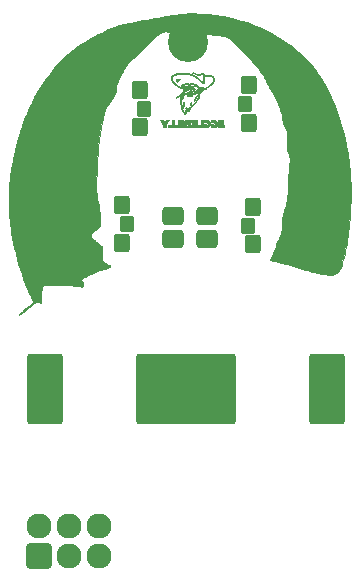
<source format=gbs>
G04 #@! TF.GenerationSoftware,KiCad,Pcbnew,8.0.4*
G04 #@! TF.CreationDate,2024-07-21T19:03:05-05:00*
G04 #@! TF.ProjectId,keanu-homeboy,6b65616e-752d-4686-9f6d-65626f792e6b,rev?*
G04 #@! TF.SameCoordinates,Original*
G04 #@! TF.FileFunction,Soldermask,Bot*
G04 #@! TF.FilePolarity,Negative*
%FSLAX46Y46*%
G04 Gerber Fmt 4.6, Leading zero omitted, Abs format (unit mm)*
G04 Created by KiCad (PCBNEW 8.0.4) date 2024-07-21 19:03:05*
%MOMM*%
%LPD*%
G01*
G04 APERTURE LIST*
G04 Aperture macros list*
%AMRoundRect*
0 Rectangle with rounded corners*
0 $1 Rounding radius*
0 $2 $3 $4 $5 $6 $7 $8 $9 X,Y pos of 4 corners*
0 Add a 4 corners polygon primitive as box body*
4,1,4,$2,$3,$4,$5,$6,$7,$8,$9,$2,$3,0*
0 Add four circle primitives for the rounded corners*
1,1,$1+$1,$2,$3*
1,1,$1+$1,$4,$5*
1,1,$1+$1,$6,$7*
1,1,$1+$1,$8,$9*
0 Add four rect primitives between the rounded corners*
20,1,$1+$1,$2,$3,$4,$5,0*
20,1,$1+$1,$4,$5,$6,$7,0*
20,1,$1+$1,$6,$7,$8,$9,0*
20,1,$1+$1,$8,$9,$2,$3,0*%
G04 Aperture macros list end*
%ADD10C,0.010000*%
%ADD11O,2.127200X2.127200*%
%ADD12RoundRect,0.200000X-0.863600X0.863600X-0.863600X-0.863600X0.863600X-0.863600X0.863600X0.863600X0*%
%ADD13C,2.127200*%
%ADD14RoundRect,0.333333X-0.566667X0.466667X-0.566667X-0.466667X0.566667X-0.466667X0.566667X0.466667X0*%
%ADD15RoundRect,0.200000X-0.450000X0.600000X-0.450000X-0.600000X0.450000X-0.600000X0.450000X0.600000X0*%
%ADD16RoundRect,0.200000X-0.400000X0.500000X-0.400000X-0.500000X0.400000X-0.500000X0.400000X0.500000X0*%
%ADD17RoundRect,0.200000X0.450000X-0.600000X0.450000X0.600000X-0.450000X0.600000X-0.450000X-0.600000X0*%
%ADD18RoundRect,0.200000X0.400000X-0.500000X0.400000X0.500000X-0.400000X0.500000X-0.400000X-0.500000X0*%
%ADD19C,3.400000*%
%ADD20RoundRect,0.200000X-4.000000X-2.780000X4.000000X-2.780000X4.000000X2.780000X-4.000000X2.780000X0*%
%ADD21RoundRect,0.200000X-1.300000X-2.780000X1.300000X-2.780000X1.300000X2.780000X-1.300000X2.780000X0*%
G04 APERTURE END LIST*
D10*
X-4200409Y29522279D02*
X-4017233Y29517109D01*
X-3821491Y29507826D01*
X-3610502Y29494365D01*
X-3381588Y29476659D01*
X-3132067Y29454644D01*
X-2959100Y29438142D01*
X-2363948Y29370262D01*
X-1786287Y29284573D01*
X-1225118Y29180681D01*
X-679442Y29058190D01*
X-148260Y28916708D01*
X369427Y28755838D01*
X874618Y28575186D01*
X1368312Y28374359D01*
X1851509Y28152960D01*
X2325208Y27910597D01*
X2790408Y27646873D01*
X3248108Y27361395D01*
X3699307Y27053768D01*
X4145004Y26723597D01*
X4377157Y26541078D01*
X4608879Y26352101D01*
X4821044Y26172064D01*
X5016542Y25998021D01*
X5198265Y25827031D01*
X5369104Y25656147D01*
X5531951Y25482428D01*
X5689697Y25302928D01*
X5845233Y25114704D01*
X6001450Y24914811D01*
X6090129Y24796917D01*
X6360397Y24415210D01*
X6621144Y24010822D01*
X6871950Y23584787D01*
X7112389Y23138138D01*
X7342040Y22671909D01*
X7560478Y22187135D01*
X7767282Y21684848D01*
X7962028Y21166084D01*
X8144293Y20631875D01*
X8313654Y20083257D01*
X8469687Y19521262D01*
X8611970Y18946925D01*
X8740080Y18361279D01*
X8756217Y18281650D01*
X8816902Y17970621D01*
X8870350Y17676883D01*
X8917120Y17395755D01*
X8957771Y17122555D01*
X8992863Y16852600D01*
X9022956Y16581209D01*
X9048608Y16303701D01*
X9070379Y16015392D01*
X9088828Y15711602D01*
X9104515Y15387648D01*
X9105939Y15354300D01*
X9109339Y15255083D01*
X9112181Y15134153D01*
X9114466Y14995192D01*
X9116193Y14841883D01*
X9117364Y14677905D01*
X9117979Y14506942D01*
X9118039Y14332674D01*
X9117544Y14158783D01*
X9116494Y13988951D01*
X9114891Y13826859D01*
X9112734Y13676189D01*
X9110025Y13540622D01*
X9106764Y13423840D01*
X9105646Y13392150D01*
X9087898Y12985700D01*
X9065445Y12586416D01*
X9038463Y12195209D01*
X9007127Y11812989D01*
X8971615Y11440668D01*
X8932102Y11079155D01*
X8888764Y10729362D01*
X8841777Y10392199D01*
X8791319Y10068577D01*
X8737564Y9759406D01*
X8680690Y9465598D01*
X8620872Y9188063D01*
X8558287Y8927711D01*
X8493111Y8685454D01*
X8425520Y8462201D01*
X8355690Y8258865D01*
X8283798Y8076354D01*
X8210019Y7915581D01*
X8134531Y7777455D01*
X8057508Y7662888D01*
X7979760Y7573410D01*
X7915107Y7520357D01*
X7834531Y7469991D01*
X7747405Y7427300D01*
X7663102Y7397268D01*
X7636436Y7390762D01*
X7573052Y7382915D01*
X7488151Y7380698D01*
X7384907Y7383780D01*
X7266493Y7391831D01*
X7136082Y7404519D01*
X6996848Y7421515D01*
X6851965Y7442488D01*
X6704607Y7467106D01*
X6557946Y7495039D01*
X6481489Y7511096D01*
X6284992Y7554960D01*
X6087416Y7601497D01*
X5885863Y7651493D01*
X5677433Y7705732D01*
X5459228Y7764999D01*
X5228351Y7830079D01*
X4981903Y7901756D01*
X4716984Y7980816D01*
X4476750Y8053906D01*
X4208957Y8135473D01*
X3963906Y8208991D01*
X3740362Y8274798D01*
X3537092Y8333236D01*
X3352863Y8384646D01*
X3186443Y8429367D01*
X3036596Y8467741D01*
X2902091Y8500108D01*
X2781694Y8526808D01*
X2714300Y8540527D01*
X2596401Y8564254D01*
X2501749Y8584827D01*
X2428464Y8602804D01*
X2374667Y8618746D01*
X2338478Y8633210D01*
X2318017Y8646755D01*
X2311404Y8659941D01*
X2311400Y8660289D01*
X2313965Y8675540D01*
X2322123Y8701845D01*
X2336563Y8740879D01*
X2357975Y8794315D01*
X2387048Y8863825D01*
X2424474Y8951085D01*
X2470941Y9057767D01*
X2527139Y9185544D01*
X2539518Y9213576D01*
X2614666Y9387135D01*
X2677205Y9539161D01*
X2727293Y9670080D01*
X2765088Y9780316D01*
X2790750Y9870296D01*
X2799515Y9910071D01*
X2813829Y9970886D01*
X2835439Y10039893D01*
X2865402Y10119683D01*
X2904775Y10212851D01*
X2954613Y10321990D01*
X3015973Y10449693D01*
X3035638Y10489688D01*
X3073951Y10568425D01*
X3110157Y10644950D01*
X3142047Y10714432D01*
X3167412Y10772039D01*
X3184043Y10812940D01*
X3186437Y10819580D01*
X3235016Y10988446D01*
X3267998Y11170069D01*
X3285832Y11367486D01*
X3289542Y11515225D01*
X3291404Y11646373D01*
X3296342Y11783562D01*
X3303948Y11920639D01*
X3313815Y12051455D01*
X3325534Y12169858D01*
X3338698Y12269696D01*
X3340190Y12279120D01*
X3360962Y12395226D01*
X3385060Y12503478D01*
X3414477Y12610967D01*
X3451202Y12724786D01*
X3497228Y12852025D01*
X3511853Y12890500D01*
X3554232Y13005431D01*
X3592234Y13118623D01*
X3626173Y13232251D01*
X3656365Y13348491D01*
X3683125Y13469518D01*
X3706768Y13597507D01*
X3727608Y13734633D01*
X3745961Y13883071D01*
X3762143Y14044996D01*
X3776467Y14222584D01*
X3789249Y14418009D01*
X3800804Y14633446D01*
X3811447Y14871072D01*
X3816274Y14992350D01*
X3825765Y15232403D01*
X3834933Y15449336D01*
X3843926Y15645428D01*
X3852891Y15822956D01*
X3861977Y15984195D01*
X3871332Y16131424D01*
X3881103Y16266920D01*
X3891439Y16392958D01*
X3902487Y16511817D01*
X3914395Y16625773D01*
X3927312Y16737104D01*
X3932202Y16776700D01*
X3949106Y16929205D01*
X3958399Y17062434D01*
X3959586Y17181492D01*
X3952175Y17291486D01*
X3935670Y17397523D01*
X3909578Y17504709D01*
X3873404Y17618150D01*
X3842676Y17701776D01*
X3799125Y17826228D01*
X3765687Y17947808D01*
X3741946Y18070772D01*
X3727486Y18199376D01*
X3721891Y18337873D01*
X3724744Y18490519D01*
X3735628Y18661569D01*
X3741804Y18732500D01*
X3749199Y18825078D01*
X3755504Y18927958D01*
X3760185Y19030595D01*
X3762709Y19122445D01*
X3762989Y19151600D01*
X3761878Y19247668D01*
X3757136Y19333142D01*
X3747626Y19412515D01*
X3732213Y19490277D01*
X3709763Y19570920D01*
X3679138Y19658935D01*
X3639205Y19758812D01*
X3588827Y19875042D01*
X3568727Y19919950D01*
X3490393Y20100368D01*
X3426107Y20263013D01*
X3374998Y20410672D01*
X3336196Y20546130D01*
X3308830Y20672173D01*
X3292030Y20791586D01*
X3290182Y20811191D01*
X3269004Y20973562D01*
X3232536Y21148896D01*
X3180231Y21339592D01*
X3142848Y21456904D01*
X3071633Y21657077D01*
X2989893Y21863158D01*
X2899981Y22070211D01*
X2804248Y22273301D01*
X2705047Y22467493D01*
X2604728Y22647852D01*
X2505645Y22809443D01*
X2479218Y22849499D01*
X2448754Y22894851D01*
X2408751Y22954363D01*
X2363854Y23021125D01*
X2318711Y23088226D01*
X2307144Y23105415D01*
X2237184Y23215920D01*
X2167977Y23337268D01*
X2103257Y23462193D01*
X2046758Y23583428D01*
X2002210Y23693707D01*
X1996074Y23710900D01*
X1947788Y23838835D01*
X1891647Y23967426D01*
X1826750Y24097870D01*
X1752198Y24231365D01*
X1667092Y24369108D01*
X1570531Y24512295D01*
X1461617Y24662125D01*
X1339450Y24819793D01*
X1203130Y24986498D01*
X1051758Y25163436D01*
X884434Y25351804D01*
X700258Y25552801D01*
X498330Y25767622D01*
X278111Y25997095D01*
X196695Y26080620D01*
X104114Y26174626D01*
X2726Y26276788D01*
X-105111Y26384778D01*
X-217036Y26496272D01*
X-330691Y26608942D01*
X-443716Y26720462D01*
X-553753Y26828507D01*
X-658442Y26930751D01*
X-755424Y27024866D01*
X-842340Y27108527D01*
X-916830Y27179408D01*
X-976536Y27235183D01*
X-990600Y27248064D01*
X-1107421Y27350580D01*
X-1211683Y27433632D01*
X-1305399Y27498559D01*
X-1390587Y27546698D01*
X-1469259Y27579389D01*
X-1505386Y27590009D01*
X-1538059Y27596688D01*
X-1591802Y27605800D01*
X-1662468Y27616725D01*
X-1745910Y27628843D01*
X-1837982Y27641536D01*
X-1934537Y27654183D01*
X-1936750Y27654465D01*
X-2227670Y27691950D01*
X-2494539Y27727320D01*
X-2738598Y27760805D01*
X-2961088Y27792633D01*
X-3163250Y27823034D01*
X-3346323Y27852238D01*
X-3511550Y27880474D01*
X-3660171Y27907971D01*
X-3793426Y27934959D01*
X-3912557Y27961667D01*
X-4018803Y27988325D01*
X-4113407Y28015162D01*
X-4197609Y28042408D01*
X-4272649Y28070291D01*
X-4338816Y28098604D01*
X-4389005Y28123466D01*
X-4451194Y28156907D01*
X-4516007Y28193789D01*
X-4554716Y28216936D01*
X-4647243Y28270053D01*
X-4727607Y28307511D01*
X-4801868Y28331345D01*
X-4876091Y28343587D01*
X-4940836Y28346400D01*
X-5027539Y28341020D01*
X-5112847Y28323870D01*
X-5200437Y28293438D01*
X-5293986Y28248212D01*
X-5397171Y28186681D01*
X-5502001Y28115626D01*
X-5623955Y28033792D01*
X-5733273Y27970611D01*
X-5833121Y27924847D01*
X-5926663Y27895267D01*
X-6017066Y27880635D01*
X-6106980Y27879686D01*
X-6189637Y27888853D01*
X-6260206Y27904975D01*
X-6283325Y27913115D01*
X-6337006Y27934752D01*
X-6394919Y27958083D01*
X-6416675Y27966844D01*
X-6511700Y27991680D01*
X-6617400Y27994716D01*
X-6732450Y27976542D01*
X-6855528Y27937745D01*
X-6985309Y27878914D01*
X-7120469Y27800637D01*
X-7259684Y27703502D01*
X-7401630Y27588098D01*
X-7525251Y27474326D01*
X-7552316Y27447426D01*
X-7594753Y27404431D01*
X-7650373Y27347595D01*
X-7716983Y27279172D01*
X-7792394Y27201418D01*
X-7874416Y27116585D01*
X-7960857Y27026929D01*
X-8041512Y26943050D01*
X-8201705Y26777024D01*
X-8347516Y26627690D01*
X-8481388Y26492711D01*
X-8605767Y26369752D01*
X-8723095Y26256479D01*
X-8835818Y26150555D01*
X-8946379Y26049646D01*
X-9057224Y25951415D01*
X-9170795Y25853528D01*
X-9264452Y25774570D01*
X-9399471Y25658398D01*
X-9516753Y25549648D01*
X-9620788Y25443453D01*
X-9716066Y25334944D01*
X-9807079Y25219254D01*
X-9898318Y25091516D01*
X-9908812Y25076150D01*
X-9937522Y25031471D01*
X-9975852Y24968088D01*
X-10022165Y24888994D01*
X-10074820Y24797181D01*
X-10132180Y24695642D01*
X-10192606Y24587370D01*
X-10254458Y24475356D01*
X-10316097Y24362593D01*
X-10375884Y24252074D01*
X-10432181Y24146790D01*
X-10483348Y24049734D01*
X-10527747Y23963899D01*
X-10563738Y23892277D01*
X-10589683Y23837861D01*
X-10599818Y23814536D01*
X-10664540Y23626408D01*
X-10711910Y23426214D01*
X-10740125Y23221969D01*
X-10743788Y23174145D01*
X-10753262Y23062620D01*
X-10767467Y22961470D01*
X-10787904Y22866832D01*
X-10816072Y22774843D01*
X-10853472Y22681640D01*
X-10901603Y22583360D01*
X-10961966Y22476142D01*
X-11036061Y22356121D01*
X-11099196Y22258942D01*
X-11150186Y22182457D01*
X-11206240Y22099752D01*
X-11264877Y22014358D01*
X-11323619Y21929808D01*
X-11379986Y21849634D01*
X-11431498Y21777368D01*
X-11475678Y21716543D01*
X-11510044Y21670689D01*
X-11527667Y21648515D01*
X-11562251Y21597794D01*
X-11599334Y21525076D01*
X-11639163Y21429722D01*
X-11681987Y21311095D01*
X-11728054Y21168556D01*
X-11772722Y21018500D01*
X-11829611Y20813565D01*
X-11880713Y20612944D01*
X-11926965Y20411977D01*
X-11969303Y20206004D01*
X-12008666Y19990365D01*
X-12045989Y19760400D01*
X-12082210Y19511449D01*
X-12095739Y19411950D01*
X-12169562Y18825127D01*
X-12234015Y18240267D01*
X-12288874Y17660473D01*
X-12333912Y17088845D01*
X-12368905Y16528482D01*
X-12393628Y15982486D01*
X-12407855Y15453955D01*
X-12411515Y15062200D01*
X-12410479Y14814962D01*
X-12406685Y14591993D01*
X-12400055Y14392306D01*
X-12390513Y14214912D01*
X-12377981Y14058822D01*
X-12362381Y13923050D01*
X-12343637Y13806606D01*
X-12321672Y13708501D01*
X-12300167Y13638106D01*
X-12270273Y13552347D01*
X-12244317Y13473852D01*
X-12222004Y13400085D01*
X-12203041Y13328512D01*
X-12187133Y13256600D01*
X-12173986Y13181813D01*
X-12163307Y13101617D01*
X-12154800Y13013478D01*
X-12148173Y12914861D01*
X-12143131Y12803233D01*
X-12139379Y12676058D01*
X-12136624Y12530802D01*
X-12134572Y12364931D01*
X-12133102Y12198350D01*
X-12127643Y11499850D01*
X-12359368Y11303000D01*
X-12481771Y11198047D01*
X-12584942Y11107419D01*
X-12669915Y11030137D01*
X-12737729Y10965219D01*
X-12789420Y10911685D01*
X-12826023Y10868552D01*
X-12841668Y10846489D01*
X-12869231Y10788578D01*
X-12877433Y10729218D01*
X-12865603Y10666420D01*
X-12833069Y10598197D01*
X-12779162Y10522559D01*
X-12703907Y10438243D01*
X-12633447Y10367604D01*
X-12562820Y10302475D01*
X-12487120Y10238813D01*
X-12401436Y10172575D01*
X-12300860Y10099718D01*
X-12247581Y10062410D01*
X-12145286Y9987716D01*
X-12064715Y9920361D01*
X-12003959Y9858386D01*
X-11961106Y9799827D01*
X-11934247Y9742725D01*
X-11933271Y9739814D01*
X-11915013Y9660301D01*
X-11905314Y9558405D01*
X-11904160Y9433684D01*
X-11911539Y9285698D01*
X-11918582Y9201150D01*
X-11931102Y9060259D01*
X-11940222Y8942682D01*
X-11946008Y8846574D01*
X-11948524Y8770088D01*
X-11947835Y8711376D01*
X-11944009Y8668593D01*
X-11938335Y8643363D01*
X-11923158Y8607250D01*
X-11900811Y8572583D01*
X-11869010Y8537585D01*
X-11825473Y8500481D01*
X-11767915Y8459494D01*
X-11694054Y8412846D01*
X-11601606Y8358763D01*
X-11498300Y8300979D01*
X-11409326Y8251017D01*
X-11341013Y8210279D01*
X-11291113Y8177017D01*
X-11257381Y8149480D01*
X-11237569Y8125921D01*
X-11229430Y8104589D01*
X-11229277Y8091575D01*
X-11240943Y8066574D01*
X-11270884Y8040635D01*
X-11320084Y8013391D01*
X-11389529Y7984472D01*
X-11480202Y7953509D01*
X-11593090Y7920134D01*
X-11729176Y7883978D01*
X-11887200Y7845206D01*
X-12010882Y7811355D01*
X-12154323Y7764050D01*
X-12316112Y7703871D01*
X-12494838Y7631396D01*
X-12689091Y7547205D01*
X-12897457Y7451878D01*
X-13118526Y7345994D01*
X-13196044Y7307835D01*
X-13328277Y7241676D01*
X-13438804Y7184918D01*
X-13529145Y7136677D01*
X-13600818Y7096066D01*
X-13655342Y7062203D01*
X-13694236Y7034200D01*
X-13719019Y7011175D01*
X-13728843Y6997434D01*
X-13735498Y6971068D01*
X-13725476Y6942959D01*
X-13696689Y6909447D01*
X-13660559Y6877771D01*
X-13608605Y6824103D01*
X-13565200Y6758260D01*
X-13534497Y6688158D01*
X-13520652Y6621718D01*
X-13520270Y6610350D01*
X-13527288Y6522969D01*
X-13547806Y6455281D01*
X-13580850Y6408102D01*
X-13625445Y6382246D01*
X-13680617Y6378527D01*
X-13745391Y6397760D01*
X-13763859Y6406712D01*
X-13796079Y6419807D01*
X-13841145Y6431802D01*
X-13900469Y6442828D01*
X-13975466Y6453014D01*
X-14067551Y6462491D01*
X-14178137Y6471390D01*
X-14308640Y6479840D01*
X-14460472Y6487971D01*
X-14635048Y6495913D01*
X-14808200Y6502835D01*
X-14904338Y6505902D01*
X-15017580Y6508538D01*
X-15144960Y6510743D01*
X-15283512Y6512518D01*
X-15430272Y6513863D01*
X-15582272Y6514778D01*
X-15736547Y6515264D01*
X-15890131Y6515320D01*
X-16040058Y6514947D01*
X-16183363Y6514146D01*
X-16317079Y6512916D01*
X-16438240Y6511259D01*
X-16543881Y6509173D01*
X-16631036Y6506660D01*
X-16696738Y6503719D01*
X-16713200Y6502656D01*
X-16802616Y6495470D01*
X-16870038Y6487963D01*
X-16918867Y6479280D01*
X-16952503Y6468569D01*
X-16974348Y6454975D01*
X-16987801Y6437645D01*
X-16990015Y6433153D01*
X-17008174Y6382275D01*
X-17024292Y6313258D01*
X-17038486Y6224992D01*
X-17050871Y6116369D01*
X-17061564Y5986280D01*
X-17070680Y5833615D01*
X-17078336Y5657266D01*
X-17081766Y5556250D01*
X-17085268Y5454648D01*
X-17089235Y5357698D01*
X-17093461Y5269292D01*
X-17097739Y5193321D01*
X-17101861Y5133677D01*
X-17105622Y5094251D01*
X-17106747Y5086350D01*
X-17113448Y5045755D01*
X-17118080Y5016905D01*
X-17119527Y5006975D01*
X-17126380Y5001704D01*
X-17138682Y5008869D01*
X-17145000Y5021535D01*
X-17155477Y5044296D01*
X-17182133Y5071507D01*
X-17217807Y5097602D01*
X-17255340Y5117010D01*
X-17275598Y5123096D01*
X-17337591Y5126063D01*
X-17408596Y5112937D01*
X-17489481Y5083193D01*
X-17581114Y5036310D01*
X-17684364Y4971763D01*
X-17800099Y4889029D01*
X-17929187Y4787583D01*
X-18072496Y4666904D01*
X-18161000Y4589201D01*
X-18250175Y4511444D01*
X-18345884Y4430730D01*
X-18443794Y4350519D01*
X-18539567Y4274272D01*
X-18628868Y4205450D01*
X-18707362Y4147514D01*
X-18760670Y4110524D01*
X-18819259Y4073694D01*
X-18869168Y4046421D01*
X-18907217Y4030126D01*
X-18930226Y4026232D01*
X-18935700Y4032221D01*
X-18925864Y4053648D01*
X-18897129Y4089603D01*
X-18850664Y4139036D01*
X-18787631Y4200896D01*
X-18709198Y4274135D01*
X-18616529Y4357702D01*
X-18510789Y4450548D01*
X-18393144Y4551623D01*
X-18264759Y4659876D01*
X-18126800Y4774258D01*
X-17980432Y4893720D01*
X-17970500Y4901761D01*
X-17907773Y4952547D01*
X-17851556Y4998115D01*
X-17804913Y5035977D01*
X-17770906Y5063645D01*
X-17752599Y5078633D01*
X-17750548Y5080352D01*
X-17753415Y5093522D01*
X-17766520Y5126477D01*
X-17788559Y5176375D01*
X-17818231Y5240374D01*
X-17854235Y5315632D01*
X-17895269Y5399307D01*
X-17912424Y5433749D01*
X-17975616Y5560496D01*
X-18029359Y5669459D01*
X-18075863Y5765418D01*
X-18117338Y5853157D01*
X-18155992Y5937456D01*
X-18194037Y6023097D01*
X-18233682Y6114861D01*
X-18277137Y6217532D01*
X-18301409Y6275469D01*
X-18449403Y6644456D01*
X-18594458Y7035287D01*
X-18735629Y7444483D01*
X-18871974Y7868566D01*
X-19002550Y8304059D01*
X-19126412Y8747482D01*
X-19242619Y9195358D01*
X-19350226Y9644208D01*
X-19448292Y10090556D01*
X-19535871Y10530922D01*
X-19612023Y10961829D01*
X-19665085Y11304342D01*
X-19713231Y11658346D01*
X-19752723Y11996155D01*
X-19784043Y12324495D01*
X-19807672Y12650094D01*
X-19824093Y12979677D01*
X-19833786Y13319972D01*
X-19837233Y13677706D01*
X-19837253Y13709650D01*
X-19835301Y14015672D01*
X-19829193Y14302414D01*
X-19818517Y14575721D01*
X-19802866Y14841436D01*
X-19781828Y15105403D01*
X-19754995Y15373464D01*
X-19721956Y15651463D01*
X-19682302Y15945244D01*
X-19678739Y15970250D01*
X-19660342Y16096609D01*
X-19642118Y16216510D01*
X-19623568Y16332418D01*
X-19604194Y16446797D01*
X-19583499Y16562111D01*
X-19560983Y16680825D01*
X-19536148Y16805402D01*
X-19508497Y16938306D01*
X-19477531Y17082002D01*
X-19442752Y17238953D01*
X-19403662Y17411624D01*
X-19359762Y17602478D01*
X-19310555Y17813980D01*
X-19276871Y17957800D01*
X-19225237Y18177282D01*
X-19178557Y18374283D01*
X-19136187Y18551101D01*
X-19097483Y18710033D01*
X-19061804Y18853373D01*
X-19028504Y18983419D01*
X-18996942Y19102467D01*
X-18966473Y19212813D01*
X-18936454Y19316752D01*
X-18906242Y19416583D01*
X-18875194Y19514599D01*
X-18842666Y19613099D01*
X-18808015Y19714377D01*
X-18770597Y19820731D01*
X-18729770Y19934457D01*
X-18700450Y20015200D01*
X-18616546Y20239915D01*
X-18524334Y20476773D01*
X-18425378Y20722228D01*
X-18321241Y20972732D01*
X-18213487Y21224740D01*
X-18103679Y21474703D01*
X-17993380Y21719076D01*
X-17884153Y21954311D01*
X-17777562Y22176862D01*
X-17675170Y22383181D01*
X-17578540Y22569723D01*
X-17555737Y22612350D01*
X-17417658Y22859677D01*
X-17266474Y23114017D01*
X-17103840Y23373239D01*
X-16931414Y23635213D01*
X-16750851Y23897808D01*
X-16563809Y24158894D01*
X-16371945Y24416340D01*
X-16176914Y24668014D01*
X-15980374Y24911788D01*
X-15783982Y25145530D01*
X-15589393Y25367109D01*
X-15398266Y25574395D01*
X-15212256Y25765257D01*
X-15033020Y25937565D01*
X-14862214Y26089188D01*
X-14833600Y26113199D01*
X-14640032Y26268003D01*
X-14425333Y26428558D01*
X-14192103Y26593413D01*
X-13942942Y26761116D01*
X-13680449Y26930217D01*
X-13407224Y27099266D01*
X-13125866Y27266812D01*
X-12838975Y27431404D01*
X-12549149Y27591592D01*
X-12258989Y27745924D01*
X-11971094Y27892951D01*
X-11688063Y28031222D01*
X-11412496Y28159286D01*
X-11146991Y28275692D01*
X-10894150Y28378990D01*
X-10656570Y28467729D01*
X-10547350Y28505179D01*
X-10475219Y28528392D01*
X-10402144Y28550291D01*
X-10325372Y28571509D01*
X-10242148Y28592674D01*
X-10149720Y28614418D01*
X-10045334Y28637372D01*
X-9926236Y28662165D01*
X-9789673Y28689430D01*
X-9632891Y28719795D01*
X-9499600Y28745131D01*
X-9144929Y28811678D01*
X-8794721Y28876501D01*
X-8450289Y28939381D01*
X-8112944Y29000101D01*
X-7783999Y29058443D01*
X-7464766Y29114188D01*
X-7156556Y29167120D01*
X-6860681Y29217019D01*
X-6578455Y29263669D01*
X-6311188Y29306851D01*
X-6060193Y29346348D01*
X-5826781Y29381942D01*
X-5612266Y29413414D01*
X-5417958Y29440547D01*
X-5245170Y29463124D01*
X-5095213Y29480925D01*
X-5021590Y29488738D01*
X-4861048Y29503146D01*
X-4701338Y29513770D01*
X-4539782Y29520544D01*
X-4373699Y29523402D01*
X-4200409Y29522279D01*
G36*
X-4200409Y29522279D02*
G01*
X-4017233Y29517109D01*
X-3821491Y29507826D01*
X-3610502Y29494365D01*
X-3381588Y29476659D01*
X-3132067Y29454644D01*
X-2959100Y29438142D01*
X-2363948Y29370262D01*
X-1786287Y29284573D01*
X-1225118Y29180681D01*
X-679442Y29058190D01*
X-148260Y28916708D01*
X369427Y28755838D01*
X874618Y28575186D01*
X1368312Y28374359D01*
X1851509Y28152960D01*
X2325208Y27910597D01*
X2790408Y27646873D01*
X3248108Y27361395D01*
X3699307Y27053768D01*
X4145004Y26723597D01*
X4377157Y26541078D01*
X4608879Y26352101D01*
X4821044Y26172064D01*
X5016542Y25998021D01*
X5198265Y25827031D01*
X5369104Y25656147D01*
X5531951Y25482428D01*
X5689697Y25302928D01*
X5845233Y25114704D01*
X6001450Y24914811D01*
X6090129Y24796917D01*
X6360397Y24415210D01*
X6621144Y24010822D01*
X6871950Y23584787D01*
X7112389Y23138138D01*
X7342040Y22671909D01*
X7560478Y22187135D01*
X7767282Y21684848D01*
X7962028Y21166084D01*
X8144293Y20631875D01*
X8313654Y20083257D01*
X8469687Y19521262D01*
X8611970Y18946925D01*
X8740080Y18361279D01*
X8756217Y18281650D01*
X8816902Y17970621D01*
X8870350Y17676883D01*
X8917120Y17395755D01*
X8957771Y17122555D01*
X8992863Y16852600D01*
X9022956Y16581209D01*
X9048608Y16303701D01*
X9070379Y16015392D01*
X9088828Y15711602D01*
X9104515Y15387648D01*
X9105939Y15354300D01*
X9109339Y15255083D01*
X9112181Y15134153D01*
X9114466Y14995192D01*
X9116193Y14841883D01*
X9117364Y14677905D01*
X9117979Y14506942D01*
X9118039Y14332674D01*
X9117544Y14158783D01*
X9116494Y13988951D01*
X9114891Y13826859D01*
X9112734Y13676189D01*
X9110025Y13540622D01*
X9106764Y13423840D01*
X9105646Y13392150D01*
X9087898Y12985700D01*
X9065445Y12586416D01*
X9038463Y12195209D01*
X9007127Y11812989D01*
X8971615Y11440668D01*
X8932102Y11079155D01*
X8888764Y10729362D01*
X8841777Y10392199D01*
X8791319Y10068577D01*
X8737564Y9759406D01*
X8680690Y9465598D01*
X8620872Y9188063D01*
X8558287Y8927711D01*
X8493111Y8685454D01*
X8425520Y8462201D01*
X8355690Y8258865D01*
X8283798Y8076354D01*
X8210019Y7915581D01*
X8134531Y7777455D01*
X8057508Y7662888D01*
X7979760Y7573410D01*
X7915107Y7520357D01*
X7834531Y7469991D01*
X7747405Y7427300D01*
X7663102Y7397268D01*
X7636436Y7390762D01*
X7573052Y7382915D01*
X7488151Y7380698D01*
X7384907Y7383780D01*
X7266493Y7391831D01*
X7136082Y7404519D01*
X6996848Y7421515D01*
X6851965Y7442488D01*
X6704607Y7467106D01*
X6557946Y7495039D01*
X6481489Y7511096D01*
X6284992Y7554960D01*
X6087416Y7601497D01*
X5885863Y7651493D01*
X5677433Y7705732D01*
X5459228Y7764999D01*
X5228351Y7830079D01*
X4981903Y7901756D01*
X4716984Y7980816D01*
X4476750Y8053906D01*
X4208957Y8135473D01*
X3963906Y8208991D01*
X3740362Y8274798D01*
X3537092Y8333236D01*
X3352863Y8384646D01*
X3186443Y8429367D01*
X3036596Y8467741D01*
X2902091Y8500108D01*
X2781694Y8526808D01*
X2714300Y8540527D01*
X2596401Y8564254D01*
X2501749Y8584827D01*
X2428464Y8602804D01*
X2374667Y8618746D01*
X2338478Y8633210D01*
X2318017Y8646755D01*
X2311404Y8659941D01*
X2311400Y8660289D01*
X2313965Y8675540D01*
X2322123Y8701845D01*
X2336563Y8740879D01*
X2357975Y8794315D01*
X2387048Y8863825D01*
X2424474Y8951085D01*
X2470941Y9057767D01*
X2527139Y9185544D01*
X2539518Y9213576D01*
X2614666Y9387135D01*
X2677205Y9539161D01*
X2727293Y9670080D01*
X2765088Y9780316D01*
X2790750Y9870296D01*
X2799515Y9910071D01*
X2813829Y9970886D01*
X2835439Y10039893D01*
X2865402Y10119683D01*
X2904775Y10212851D01*
X2954613Y10321990D01*
X3015973Y10449693D01*
X3035638Y10489688D01*
X3073951Y10568425D01*
X3110157Y10644950D01*
X3142047Y10714432D01*
X3167412Y10772039D01*
X3184043Y10812940D01*
X3186437Y10819580D01*
X3235016Y10988446D01*
X3267998Y11170069D01*
X3285832Y11367486D01*
X3289542Y11515225D01*
X3291404Y11646373D01*
X3296342Y11783562D01*
X3303948Y11920639D01*
X3313815Y12051455D01*
X3325534Y12169858D01*
X3338698Y12269696D01*
X3340190Y12279120D01*
X3360962Y12395226D01*
X3385060Y12503478D01*
X3414477Y12610967D01*
X3451202Y12724786D01*
X3497228Y12852025D01*
X3511853Y12890500D01*
X3554232Y13005431D01*
X3592234Y13118623D01*
X3626173Y13232251D01*
X3656365Y13348491D01*
X3683125Y13469518D01*
X3706768Y13597507D01*
X3727608Y13734633D01*
X3745961Y13883071D01*
X3762143Y14044996D01*
X3776467Y14222584D01*
X3789249Y14418009D01*
X3800804Y14633446D01*
X3811447Y14871072D01*
X3816274Y14992350D01*
X3825765Y15232403D01*
X3834933Y15449336D01*
X3843926Y15645428D01*
X3852891Y15822956D01*
X3861977Y15984195D01*
X3871332Y16131424D01*
X3881103Y16266920D01*
X3891439Y16392958D01*
X3902487Y16511817D01*
X3914395Y16625773D01*
X3927312Y16737104D01*
X3932202Y16776700D01*
X3949106Y16929205D01*
X3958399Y17062434D01*
X3959586Y17181492D01*
X3952175Y17291486D01*
X3935670Y17397523D01*
X3909578Y17504709D01*
X3873404Y17618150D01*
X3842676Y17701776D01*
X3799125Y17826228D01*
X3765687Y17947808D01*
X3741946Y18070772D01*
X3727486Y18199376D01*
X3721891Y18337873D01*
X3724744Y18490519D01*
X3735628Y18661569D01*
X3741804Y18732500D01*
X3749199Y18825078D01*
X3755504Y18927958D01*
X3760185Y19030595D01*
X3762709Y19122445D01*
X3762989Y19151600D01*
X3761878Y19247668D01*
X3757136Y19333142D01*
X3747626Y19412515D01*
X3732213Y19490277D01*
X3709763Y19570920D01*
X3679138Y19658935D01*
X3639205Y19758812D01*
X3588827Y19875042D01*
X3568727Y19919950D01*
X3490393Y20100368D01*
X3426107Y20263013D01*
X3374998Y20410672D01*
X3336196Y20546130D01*
X3308830Y20672173D01*
X3292030Y20791586D01*
X3290182Y20811191D01*
X3269004Y20973562D01*
X3232536Y21148896D01*
X3180231Y21339592D01*
X3142848Y21456904D01*
X3071633Y21657077D01*
X2989893Y21863158D01*
X2899981Y22070211D01*
X2804248Y22273301D01*
X2705047Y22467493D01*
X2604728Y22647852D01*
X2505645Y22809443D01*
X2479218Y22849499D01*
X2448754Y22894851D01*
X2408751Y22954363D01*
X2363854Y23021125D01*
X2318711Y23088226D01*
X2307144Y23105415D01*
X2237184Y23215920D01*
X2167977Y23337268D01*
X2103257Y23462193D01*
X2046758Y23583428D01*
X2002210Y23693707D01*
X1996074Y23710900D01*
X1947788Y23838835D01*
X1891647Y23967426D01*
X1826750Y24097870D01*
X1752198Y24231365D01*
X1667092Y24369108D01*
X1570531Y24512295D01*
X1461617Y24662125D01*
X1339450Y24819793D01*
X1203130Y24986498D01*
X1051758Y25163436D01*
X884434Y25351804D01*
X700258Y25552801D01*
X498330Y25767622D01*
X278111Y25997095D01*
X196695Y26080620D01*
X104114Y26174626D01*
X2726Y26276788D01*
X-105111Y26384778D01*
X-217036Y26496272D01*
X-330691Y26608942D01*
X-443716Y26720462D01*
X-553753Y26828507D01*
X-658442Y26930751D01*
X-755424Y27024866D01*
X-842340Y27108527D01*
X-916830Y27179408D01*
X-976536Y27235183D01*
X-990600Y27248064D01*
X-1107421Y27350580D01*
X-1211683Y27433632D01*
X-1305399Y27498559D01*
X-1390587Y27546698D01*
X-1469259Y27579389D01*
X-1505386Y27590009D01*
X-1538059Y27596688D01*
X-1591802Y27605800D01*
X-1662468Y27616725D01*
X-1745910Y27628843D01*
X-1837982Y27641536D01*
X-1934537Y27654183D01*
X-1936750Y27654465D01*
X-2227670Y27691950D01*
X-2494539Y27727320D01*
X-2738598Y27760805D01*
X-2961088Y27792633D01*
X-3163250Y27823034D01*
X-3346323Y27852238D01*
X-3511550Y27880474D01*
X-3660171Y27907971D01*
X-3793426Y27934959D01*
X-3912557Y27961667D01*
X-4018803Y27988325D01*
X-4113407Y28015162D01*
X-4197609Y28042408D01*
X-4272649Y28070291D01*
X-4338816Y28098604D01*
X-4389005Y28123466D01*
X-4451194Y28156907D01*
X-4516007Y28193789D01*
X-4554716Y28216936D01*
X-4647243Y28270053D01*
X-4727607Y28307511D01*
X-4801868Y28331345D01*
X-4876091Y28343587D01*
X-4940836Y28346400D01*
X-5027539Y28341020D01*
X-5112847Y28323870D01*
X-5200437Y28293438D01*
X-5293986Y28248212D01*
X-5397171Y28186681D01*
X-5502001Y28115626D01*
X-5623955Y28033792D01*
X-5733273Y27970611D01*
X-5833121Y27924847D01*
X-5926663Y27895267D01*
X-6017066Y27880635D01*
X-6106980Y27879686D01*
X-6189637Y27888853D01*
X-6260206Y27904975D01*
X-6283325Y27913115D01*
X-6337006Y27934752D01*
X-6394919Y27958083D01*
X-6416675Y27966844D01*
X-6511700Y27991680D01*
X-6617400Y27994716D01*
X-6732450Y27976542D01*
X-6855528Y27937745D01*
X-6985309Y27878914D01*
X-7120469Y27800637D01*
X-7259684Y27703502D01*
X-7401630Y27588098D01*
X-7525251Y27474326D01*
X-7552316Y27447426D01*
X-7594753Y27404431D01*
X-7650373Y27347595D01*
X-7716983Y27279172D01*
X-7792394Y27201418D01*
X-7874416Y27116585D01*
X-7960857Y27026929D01*
X-8041512Y26943050D01*
X-8201705Y26777024D01*
X-8347516Y26627690D01*
X-8481388Y26492711D01*
X-8605767Y26369752D01*
X-8723095Y26256479D01*
X-8835818Y26150555D01*
X-8946379Y26049646D01*
X-9057224Y25951415D01*
X-9170795Y25853528D01*
X-9264452Y25774570D01*
X-9399471Y25658398D01*
X-9516753Y25549648D01*
X-9620788Y25443453D01*
X-9716066Y25334944D01*
X-9807079Y25219254D01*
X-9898318Y25091516D01*
X-9908812Y25076150D01*
X-9937522Y25031471D01*
X-9975852Y24968088D01*
X-10022165Y24888994D01*
X-10074820Y24797181D01*
X-10132180Y24695642D01*
X-10192606Y24587370D01*
X-10254458Y24475356D01*
X-10316097Y24362593D01*
X-10375884Y24252074D01*
X-10432181Y24146790D01*
X-10483348Y24049734D01*
X-10527747Y23963899D01*
X-10563738Y23892277D01*
X-10589683Y23837861D01*
X-10599818Y23814536D01*
X-10664540Y23626408D01*
X-10711910Y23426214D01*
X-10740125Y23221969D01*
X-10743788Y23174145D01*
X-10753262Y23062620D01*
X-10767467Y22961470D01*
X-10787904Y22866832D01*
X-10816072Y22774843D01*
X-10853472Y22681640D01*
X-10901603Y22583360D01*
X-10961966Y22476142D01*
X-11036061Y22356121D01*
X-11099196Y22258942D01*
X-11150186Y22182457D01*
X-11206240Y22099752D01*
X-11264877Y22014358D01*
X-11323619Y21929808D01*
X-11379986Y21849634D01*
X-11431498Y21777368D01*
X-11475678Y21716543D01*
X-11510044Y21670689D01*
X-11527667Y21648515D01*
X-11562251Y21597794D01*
X-11599334Y21525076D01*
X-11639163Y21429722D01*
X-11681987Y21311095D01*
X-11728054Y21168556D01*
X-11772722Y21018500D01*
X-11829611Y20813565D01*
X-11880713Y20612944D01*
X-11926965Y20411977D01*
X-11969303Y20206004D01*
X-12008666Y19990365D01*
X-12045989Y19760400D01*
X-12082210Y19511449D01*
X-12095739Y19411950D01*
X-12169562Y18825127D01*
X-12234015Y18240267D01*
X-12288874Y17660473D01*
X-12333912Y17088845D01*
X-12368905Y16528482D01*
X-12393628Y15982486D01*
X-12407855Y15453955D01*
X-12411515Y15062200D01*
X-12410479Y14814962D01*
X-12406685Y14591993D01*
X-12400055Y14392306D01*
X-12390513Y14214912D01*
X-12377981Y14058822D01*
X-12362381Y13923050D01*
X-12343637Y13806606D01*
X-12321672Y13708501D01*
X-12300167Y13638106D01*
X-12270273Y13552347D01*
X-12244317Y13473852D01*
X-12222004Y13400085D01*
X-12203041Y13328512D01*
X-12187133Y13256600D01*
X-12173986Y13181813D01*
X-12163307Y13101617D01*
X-12154800Y13013478D01*
X-12148173Y12914861D01*
X-12143131Y12803233D01*
X-12139379Y12676058D01*
X-12136624Y12530802D01*
X-12134572Y12364931D01*
X-12133102Y12198350D01*
X-12127643Y11499850D01*
X-12359368Y11303000D01*
X-12481771Y11198047D01*
X-12584942Y11107419D01*
X-12669915Y11030137D01*
X-12737729Y10965219D01*
X-12789420Y10911685D01*
X-12826023Y10868552D01*
X-12841668Y10846489D01*
X-12869231Y10788578D01*
X-12877433Y10729218D01*
X-12865603Y10666420D01*
X-12833069Y10598197D01*
X-12779162Y10522559D01*
X-12703907Y10438243D01*
X-12633447Y10367604D01*
X-12562820Y10302475D01*
X-12487120Y10238813D01*
X-12401436Y10172575D01*
X-12300860Y10099718D01*
X-12247581Y10062410D01*
X-12145286Y9987716D01*
X-12064715Y9920361D01*
X-12003959Y9858386D01*
X-11961106Y9799827D01*
X-11934247Y9742725D01*
X-11933271Y9739814D01*
X-11915013Y9660301D01*
X-11905314Y9558405D01*
X-11904160Y9433684D01*
X-11911539Y9285698D01*
X-11918582Y9201150D01*
X-11931102Y9060259D01*
X-11940222Y8942682D01*
X-11946008Y8846574D01*
X-11948524Y8770088D01*
X-11947835Y8711376D01*
X-11944009Y8668593D01*
X-11938335Y8643363D01*
X-11923158Y8607250D01*
X-11900811Y8572583D01*
X-11869010Y8537585D01*
X-11825473Y8500481D01*
X-11767915Y8459494D01*
X-11694054Y8412846D01*
X-11601606Y8358763D01*
X-11498300Y8300979D01*
X-11409326Y8251017D01*
X-11341013Y8210279D01*
X-11291113Y8177017D01*
X-11257381Y8149480D01*
X-11237569Y8125921D01*
X-11229430Y8104589D01*
X-11229277Y8091575D01*
X-11240943Y8066574D01*
X-11270884Y8040635D01*
X-11320084Y8013391D01*
X-11389529Y7984472D01*
X-11480202Y7953509D01*
X-11593090Y7920134D01*
X-11729176Y7883978D01*
X-11887200Y7845206D01*
X-12010882Y7811355D01*
X-12154323Y7764050D01*
X-12316112Y7703871D01*
X-12494838Y7631396D01*
X-12689091Y7547205D01*
X-12897457Y7451878D01*
X-13118526Y7345994D01*
X-13196044Y7307835D01*
X-13328277Y7241676D01*
X-13438804Y7184918D01*
X-13529145Y7136677D01*
X-13600818Y7096066D01*
X-13655342Y7062203D01*
X-13694236Y7034200D01*
X-13719019Y7011175D01*
X-13728843Y6997434D01*
X-13735498Y6971068D01*
X-13725476Y6942959D01*
X-13696689Y6909447D01*
X-13660559Y6877771D01*
X-13608605Y6824103D01*
X-13565200Y6758260D01*
X-13534497Y6688158D01*
X-13520652Y6621718D01*
X-13520270Y6610350D01*
X-13527288Y6522969D01*
X-13547806Y6455281D01*
X-13580850Y6408102D01*
X-13625445Y6382246D01*
X-13680617Y6378527D01*
X-13745391Y6397760D01*
X-13763859Y6406712D01*
X-13796079Y6419807D01*
X-13841145Y6431802D01*
X-13900469Y6442828D01*
X-13975466Y6453014D01*
X-14067551Y6462491D01*
X-14178137Y6471390D01*
X-14308640Y6479840D01*
X-14460472Y6487971D01*
X-14635048Y6495913D01*
X-14808200Y6502835D01*
X-14904338Y6505902D01*
X-15017580Y6508538D01*
X-15144960Y6510743D01*
X-15283512Y6512518D01*
X-15430272Y6513863D01*
X-15582272Y6514778D01*
X-15736547Y6515264D01*
X-15890131Y6515320D01*
X-16040058Y6514947D01*
X-16183363Y6514146D01*
X-16317079Y6512916D01*
X-16438240Y6511259D01*
X-16543881Y6509173D01*
X-16631036Y6506660D01*
X-16696738Y6503719D01*
X-16713200Y6502656D01*
X-16802616Y6495470D01*
X-16870038Y6487963D01*
X-16918867Y6479280D01*
X-16952503Y6468569D01*
X-16974348Y6454975D01*
X-16987801Y6437645D01*
X-16990015Y6433153D01*
X-17008174Y6382275D01*
X-17024292Y6313258D01*
X-17038486Y6224992D01*
X-17050871Y6116369D01*
X-17061564Y5986280D01*
X-17070680Y5833615D01*
X-17078336Y5657266D01*
X-17081766Y5556250D01*
X-17085268Y5454648D01*
X-17089235Y5357698D01*
X-17093461Y5269292D01*
X-17097739Y5193321D01*
X-17101861Y5133677D01*
X-17105622Y5094251D01*
X-17106747Y5086350D01*
X-17113448Y5045755D01*
X-17118080Y5016905D01*
X-17119527Y5006975D01*
X-17126380Y5001704D01*
X-17138682Y5008869D01*
X-17145000Y5021535D01*
X-17155477Y5044296D01*
X-17182133Y5071507D01*
X-17217807Y5097602D01*
X-17255340Y5117010D01*
X-17275598Y5123096D01*
X-17337591Y5126063D01*
X-17408596Y5112937D01*
X-17489481Y5083193D01*
X-17581114Y5036310D01*
X-17684364Y4971763D01*
X-17800099Y4889029D01*
X-17929187Y4787583D01*
X-18072496Y4666904D01*
X-18161000Y4589201D01*
X-18250175Y4511444D01*
X-18345884Y4430730D01*
X-18443794Y4350519D01*
X-18539567Y4274272D01*
X-18628868Y4205450D01*
X-18707362Y4147514D01*
X-18760670Y4110524D01*
X-18819259Y4073694D01*
X-18869168Y4046421D01*
X-18907217Y4030126D01*
X-18930226Y4026232D01*
X-18935700Y4032221D01*
X-18925864Y4053648D01*
X-18897129Y4089603D01*
X-18850664Y4139036D01*
X-18787631Y4200896D01*
X-18709198Y4274135D01*
X-18616529Y4357702D01*
X-18510789Y4450548D01*
X-18393144Y4551623D01*
X-18264759Y4659876D01*
X-18126800Y4774258D01*
X-17980432Y4893720D01*
X-17970500Y4901761D01*
X-17907773Y4952547D01*
X-17851556Y4998115D01*
X-17804913Y5035977D01*
X-17770906Y5063645D01*
X-17752599Y5078633D01*
X-17750548Y5080352D01*
X-17753415Y5093522D01*
X-17766520Y5126477D01*
X-17788559Y5176375D01*
X-17818231Y5240374D01*
X-17854235Y5315632D01*
X-17895269Y5399307D01*
X-17912424Y5433749D01*
X-17975616Y5560496D01*
X-18029359Y5669459D01*
X-18075863Y5765418D01*
X-18117338Y5853157D01*
X-18155992Y5937456D01*
X-18194037Y6023097D01*
X-18233682Y6114861D01*
X-18277137Y6217532D01*
X-18301409Y6275469D01*
X-18449403Y6644456D01*
X-18594458Y7035287D01*
X-18735629Y7444483D01*
X-18871974Y7868566D01*
X-19002550Y8304059D01*
X-19126412Y8747482D01*
X-19242619Y9195358D01*
X-19350226Y9644208D01*
X-19448292Y10090556D01*
X-19535871Y10530922D01*
X-19612023Y10961829D01*
X-19665085Y11304342D01*
X-19713231Y11658346D01*
X-19752723Y11996155D01*
X-19784043Y12324495D01*
X-19807672Y12650094D01*
X-19824093Y12979677D01*
X-19833786Y13319972D01*
X-19837233Y13677706D01*
X-19837253Y13709650D01*
X-19835301Y14015672D01*
X-19829193Y14302414D01*
X-19818517Y14575721D01*
X-19802866Y14841436D01*
X-19781828Y15105403D01*
X-19754995Y15373464D01*
X-19721956Y15651463D01*
X-19682302Y15945244D01*
X-19678739Y15970250D01*
X-19660342Y16096609D01*
X-19642118Y16216510D01*
X-19623568Y16332418D01*
X-19604194Y16446797D01*
X-19583499Y16562111D01*
X-19560983Y16680825D01*
X-19536148Y16805402D01*
X-19508497Y16938306D01*
X-19477531Y17082002D01*
X-19442752Y17238953D01*
X-19403662Y17411624D01*
X-19359762Y17602478D01*
X-19310555Y17813980D01*
X-19276871Y17957800D01*
X-19225237Y18177282D01*
X-19178557Y18374283D01*
X-19136187Y18551101D01*
X-19097483Y18710033D01*
X-19061804Y18853373D01*
X-19028504Y18983419D01*
X-18996942Y19102467D01*
X-18966473Y19212813D01*
X-18936454Y19316752D01*
X-18906242Y19416583D01*
X-18875194Y19514599D01*
X-18842666Y19613099D01*
X-18808015Y19714377D01*
X-18770597Y19820731D01*
X-18729770Y19934457D01*
X-18700450Y20015200D01*
X-18616546Y20239915D01*
X-18524334Y20476773D01*
X-18425378Y20722228D01*
X-18321241Y20972732D01*
X-18213487Y21224740D01*
X-18103679Y21474703D01*
X-17993380Y21719076D01*
X-17884153Y21954311D01*
X-17777562Y22176862D01*
X-17675170Y22383181D01*
X-17578540Y22569723D01*
X-17555737Y22612350D01*
X-17417658Y22859677D01*
X-17266474Y23114017D01*
X-17103840Y23373239D01*
X-16931414Y23635213D01*
X-16750851Y23897808D01*
X-16563809Y24158894D01*
X-16371945Y24416340D01*
X-16176914Y24668014D01*
X-15980374Y24911788D01*
X-15783982Y25145530D01*
X-15589393Y25367109D01*
X-15398266Y25574395D01*
X-15212256Y25765257D01*
X-15033020Y25937565D01*
X-14862214Y26089188D01*
X-14833600Y26113199D01*
X-14640032Y26268003D01*
X-14425333Y26428558D01*
X-14192103Y26593413D01*
X-13942942Y26761116D01*
X-13680449Y26930217D01*
X-13407224Y27099266D01*
X-13125866Y27266812D01*
X-12838975Y27431404D01*
X-12549149Y27591592D01*
X-12258989Y27745924D01*
X-11971094Y27892951D01*
X-11688063Y28031222D01*
X-11412496Y28159286D01*
X-11146991Y28275692D01*
X-10894150Y28378990D01*
X-10656570Y28467729D01*
X-10547350Y28505179D01*
X-10475219Y28528392D01*
X-10402144Y28550291D01*
X-10325372Y28571509D01*
X-10242148Y28592674D01*
X-10149720Y28614418D01*
X-10045334Y28637372D01*
X-9926236Y28662165D01*
X-9789673Y28689430D01*
X-9632891Y28719795D01*
X-9499600Y28745131D01*
X-9144929Y28811678D01*
X-8794721Y28876501D01*
X-8450289Y28939381D01*
X-8112944Y29000101D01*
X-7783999Y29058443D01*
X-7464766Y29114188D01*
X-7156556Y29167120D01*
X-6860681Y29217019D01*
X-6578455Y29263669D01*
X-6311188Y29306851D01*
X-6060193Y29346348D01*
X-5826781Y29381942D01*
X-5612266Y29413414D01*
X-5417958Y29440547D01*
X-5245170Y29463124D01*
X-5095213Y29480925D01*
X-5021590Y29488738D01*
X-4861048Y29503146D01*
X-4701338Y29513770D01*
X-4539782Y29520544D01*
X-4373699Y29523402D01*
X-4200409Y29522279D01*
G37*
X-6370547Y20367625D02*
X-6409792Y20311449D01*
X-6451180Y20252332D01*
X-6487670Y20200326D01*
X-6498422Y20185038D01*
X-6524860Y20146534D01*
X-6541037Y20117350D01*
X-6549472Y20088868D01*
X-6552686Y20052468D01*
X-6553200Y19999531D01*
X-6553200Y19888200D01*
X-6743700Y19888200D01*
X-6743700Y20106671D01*
X-6864350Y20282551D01*
X-6904284Y20341161D01*
X-6938638Y20392335D01*
X-6965042Y20432485D01*
X-6981130Y20458020D01*
X-6985000Y20465416D01*
X-6973260Y20468508D01*
X-6941869Y20470848D01*
X-6896576Y20472083D01*
X-6873875Y20472187D01*
X-6762750Y20471973D01*
X-6646330Y20293845D01*
X-6586964Y20383123D01*
X-6527598Y20472400D01*
X-6297451Y20472400D01*
X-6370547Y20367625D01*
G36*
X-6370547Y20367625D02*
G01*
X-6409792Y20311449D01*
X-6451180Y20252332D01*
X-6487670Y20200326D01*
X-6498422Y20185038D01*
X-6524860Y20146534D01*
X-6541037Y20117350D01*
X-6549472Y20088868D01*
X-6552686Y20052468D01*
X-6553200Y19999531D01*
X-6553200Y19888200D01*
X-6743700Y19888200D01*
X-6743700Y20106671D01*
X-6864350Y20282551D01*
X-6904284Y20341161D01*
X-6938638Y20392335D01*
X-6965042Y20432485D01*
X-6981130Y20458020D01*
X-6985000Y20465416D01*
X-6973260Y20468508D01*
X-6941869Y20470848D01*
X-6896576Y20472083D01*
X-6873875Y20472187D01*
X-6762750Y20471973D01*
X-6646330Y20293845D01*
X-6586964Y20383123D01*
X-6527598Y20472400D01*
X-6297451Y20472400D01*
X-6370547Y20367625D01*
G37*
X-5848350Y19894550D02*
X-6350000Y19887664D01*
X-6350000Y20066000D01*
X-6032500Y20066000D01*
X-6032500Y20472400D01*
X-5841524Y20472400D01*
X-5848350Y19894550D01*
G36*
X-5848350Y19894550D02*
G01*
X-6350000Y19887664D01*
X-6350000Y20066000D01*
X-6032500Y20066000D01*
X-6032500Y20472400D01*
X-5841524Y20472400D01*
X-5848350Y19894550D01*
G37*
X-5321300Y19888200D02*
X-5566834Y19888200D01*
X-5643361Y19888619D01*
X-5711037Y19889786D01*
X-5765814Y19891565D01*
X-5803647Y19893823D01*
X-5820488Y19896423D01*
X-5820834Y19896667D01*
X-5825241Y19912908D01*
X-5828303Y19946808D01*
X-5829300Y19985567D01*
X-5829300Y20066000D01*
X-5511800Y20066000D01*
X-5511800Y20472400D01*
X-5321300Y20472400D01*
X-5321300Y19888200D01*
G36*
X-5321300Y19888200D02*
G01*
X-5566834Y19888200D01*
X-5643361Y19888619D01*
X-5711037Y19889786D01*
X-5765814Y19891565D01*
X-5803647Y19893823D01*
X-5820488Y19896423D01*
X-5820834Y19896667D01*
X-5825241Y19912908D01*
X-5828303Y19946808D01*
X-5829300Y19985567D01*
X-5829300Y20066000D01*
X-5511800Y20066000D01*
X-5511800Y20472400D01*
X-5321300Y20472400D01*
X-5321300Y19888200D01*
G37*
X-5092700Y19888200D02*
X-5179484Y19888200D01*
X-5224296Y19889357D01*
X-5258497Y19892391D01*
X-5274712Y19896646D01*
X-5274734Y19896667D01*
X-5277184Y19911296D01*
X-5279355Y19947582D01*
X-5281140Y20001782D01*
X-5282431Y20070155D01*
X-5283117Y20148958D01*
X-5283200Y20188767D01*
X-5283200Y20472400D01*
X-5092700Y20472400D01*
X-5092700Y19888200D01*
G36*
X-5092700Y19888200D02*
G01*
X-5179484Y19888200D01*
X-5224296Y19889357D01*
X-5258497Y19892391D01*
X-5274712Y19896646D01*
X-5274734Y19896667D01*
X-5277184Y19911296D01*
X-5279355Y19947582D01*
X-5281140Y20001782D01*
X-5282431Y20070155D01*
X-5283117Y20148958D01*
X-5283200Y20188767D01*
X-5283200Y20472400D01*
X-5092700Y20472400D01*
X-5092700Y19888200D01*
G37*
X-4445000Y20066000D02*
X-4089400Y20066000D01*
X-4089400Y20097750D01*
X-4090588Y20113900D01*
X-4097716Y20123366D01*
X-4116135Y20127933D01*
X-4151195Y20129384D01*
X-4184650Y20129500D01*
X-4279900Y20129500D01*
X-4279900Y20231100D01*
X-4184650Y20231100D01*
X-4136202Y20231496D01*
X-4107803Y20233872D01*
X-4094103Y20240012D01*
X-4089751Y20251699D01*
X-4089400Y20262850D01*
X-4089400Y20294600D01*
X-4394200Y20294600D01*
X-4394200Y20472400D01*
X-3898900Y20472400D01*
X-3898900Y19888200D01*
X-4391025Y19889661D01*
X-4502216Y19890213D01*
X-4606918Y19891157D01*
X-4702061Y19892434D01*
X-4784575Y19893984D01*
X-4851390Y19895748D01*
X-4899435Y19897668D01*
X-4925642Y19899683D01*
X-4927600Y19900010D01*
X-4994400Y19922019D01*
X-5039536Y19957133D01*
X-5063250Y20005598D01*
X-5067300Y20042452D01*
X-5061671Y20068094D01*
X-4851400Y20068094D01*
X-4845147Y20041986D01*
X-4824034Y20025543D01*
X-4784536Y20017169D01*
X-4734561Y20015200D01*
X-4648200Y20015200D01*
X-4648200Y20116800D01*
X-4725235Y20116800D01*
X-4789531Y20112731D01*
X-4830709Y20100269D01*
X-4849757Y20079034D01*
X-4851400Y20068094D01*
X-5061671Y20068094D01*
X-5056532Y20091503D01*
X-5028360Y20135562D01*
X-4988988Y20166271D01*
X-4970195Y20173281D01*
X-4936515Y20181735D01*
X-4981257Y20212138D01*
X-5018089Y20242094D01*
X-5036462Y20273485D01*
X-5037065Y20278260D01*
X-4824515Y20278260D01*
X-4808094Y20258548D01*
X-4769563Y20246851D01*
X-4722845Y20243800D01*
X-4648200Y20243800D01*
X-4648200Y20333913D01*
X-4726255Y20330132D01*
X-4776907Y20325124D01*
X-4806782Y20315362D01*
X-4817594Y20305190D01*
X-4824515Y20278260D01*
X-5037065Y20278260D01*
X-5041863Y20316219D01*
X-5041900Y20321670D01*
X-5030523Y20379615D01*
X-4997620Y20424902D01*
X-4953231Y20451776D01*
X-4928071Y20459675D01*
X-4895346Y20465380D01*
X-4851000Y20469192D01*
X-4790982Y20471408D01*
X-4711237Y20472329D01*
X-4673343Y20472400D01*
X-4445000Y20472400D01*
X-4445000Y20066000D01*
G36*
X-4445000Y20066000D02*
G01*
X-4089400Y20066000D01*
X-4089400Y20097750D01*
X-4090588Y20113900D01*
X-4097716Y20123366D01*
X-4116135Y20127933D01*
X-4151195Y20129384D01*
X-4184650Y20129500D01*
X-4279900Y20129500D01*
X-4279900Y20231100D01*
X-4184650Y20231100D01*
X-4136202Y20231496D01*
X-4107803Y20233872D01*
X-4094103Y20240012D01*
X-4089751Y20251699D01*
X-4089400Y20262850D01*
X-4089400Y20294600D01*
X-4394200Y20294600D01*
X-4394200Y20472400D01*
X-3898900Y20472400D01*
X-3898900Y19888200D01*
X-4391025Y19889661D01*
X-4502216Y19890213D01*
X-4606918Y19891157D01*
X-4702061Y19892434D01*
X-4784575Y19893984D01*
X-4851390Y19895748D01*
X-4899435Y19897668D01*
X-4925642Y19899683D01*
X-4927600Y19900010D01*
X-4994400Y19922019D01*
X-5039536Y19957133D01*
X-5063250Y20005598D01*
X-5067300Y20042452D01*
X-5061671Y20068094D01*
X-4851400Y20068094D01*
X-4845147Y20041986D01*
X-4824034Y20025543D01*
X-4784536Y20017169D01*
X-4734561Y20015200D01*
X-4648200Y20015200D01*
X-4648200Y20116800D01*
X-4725235Y20116800D01*
X-4789531Y20112731D01*
X-4830709Y20100269D01*
X-4849757Y20079034D01*
X-4851400Y20068094D01*
X-5061671Y20068094D01*
X-5056532Y20091503D01*
X-5028360Y20135562D01*
X-4988988Y20166271D01*
X-4970195Y20173281D01*
X-4936515Y20181735D01*
X-4981257Y20212138D01*
X-5018089Y20242094D01*
X-5036462Y20273485D01*
X-5037065Y20278260D01*
X-4824515Y20278260D01*
X-4808094Y20258548D01*
X-4769563Y20246851D01*
X-4722845Y20243800D01*
X-4648200Y20243800D01*
X-4648200Y20333913D01*
X-4726255Y20330132D01*
X-4776907Y20325124D01*
X-4806782Y20315362D01*
X-4817594Y20305190D01*
X-4824515Y20278260D01*
X-5037065Y20278260D01*
X-5041863Y20316219D01*
X-5041900Y20321670D01*
X-5030523Y20379615D01*
X-4997620Y20424902D01*
X-4953231Y20451776D01*
X-4928071Y20459675D01*
X-4895346Y20465380D01*
X-4851000Y20469192D01*
X-4790982Y20471408D01*
X-4711237Y20472329D01*
X-4673343Y20472400D01*
X-4445000Y20472400D01*
X-4445000Y20066000D01*
G37*
X-3371850Y19894550D02*
X-3873500Y19887664D01*
X-3873500Y20066000D01*
X-3556000Y20066000D01*
X-3556000Y20472400D01*
X-3365024Y20472400D01*
X-3371850Y19894550D01*
G36*
X-3371850Y19894550D02*
G01*
X-3873500Y19887664D01*
X-3873500Y20066000D01*
X-3556000Y20066000D01*
X-3556000Y20472400D01*
X-3365024Y20472400D01*
X-3371850Y19894550D01*
G37*
X-2562225Y20470416D02*
X-2489147Y20468311D01*
X-2435815Y20465500D01*
X-2396576Y20461099D01*
X-2365779Y20454226D01*
X-2337769Y20443998D01*
X-2309859Y20430991D01*
X-2239861Y20385325D01*
X-2201909Y20343128D01*
X-2183442Y20313941D01*
X-2172482Y20286912D01*
X-2167115Y20253792D01*
X-2165427Y20206335D01*
X-2165350Y20185594D01*
X-2166193Y20131645D01*
X-2170048Y20094735D01*
X-2178902Y20066522D01*
X-2194746Y20038667D01*
X-2203450Y20025807D01*
X-2249442Y19975849D01*
X-2314106Y19934531D01*
X-2317465Y19932838D01*
X-2349789Y19917466D01*
X-2378530Y19906722D01*
X-2409589Y19899600D01*
X-2448863Y19895095D01*
X-2502253Y19892204D01*
X-2568290Y19890122D01*
X-2743200Y19885318D01*
X-2744456Y20023284D01*
X-2745120Y20083336D01*
X-2746195Y20120627D01*
X-2748276Y20137795D01*
X-2751963Y20137480D01*
X-2757851Y20122320D01*
X-2763129Y20105794D01*
X-2798830Y20028962D01*
X-2852914Y19969306D01*
X-2919642Y19928397D01*
X-2951656Y19914744D01*
X-2982505Y19905153D01*
X-3018114Y19898709D01*
X-3064406Y19894494D01*
X-3127307Y19891594D01*
X-3165475Y19890390D01*
X-3340100Y19885318D01*
X-3340100Y20180300D01*
X-3162300Y20180300D01*
X-3162300Y20066000D01*
X-3113396Y20066000D01*
X-3045812Y20073989D01*
X-2997423Y20097413D01*
X-2969057Y20135462D01*
X-2961540Y20187325D01*
X-2964567Y20211807D01*
X-2974499Y20243098D01*
X-2993123Y20265673D01*
X-3023986Y20280813D01*
X-3070633Y20289803D01*
X-3136611Y20293924D01*
X-3193420Y20294600D01*
X-3340100Y20294600D01*
X-3340100Y20474782D01*
X-3159125Y20470416D01*
X-3086047Y20468311D01*
X-3032715Y20465500D01*
X-2993476Y20461099D01*
X-2962679Y20454226D01*
X-2934669Y20443998D01*
X-2906759Y20430991D01*
X-2837400Y20385159D01*
X-2788721Y20326753D01*
X-2762210Y20257722D01*
X-2759071Y20237739D01*
X-2752597Y20180300D01*
X-2565400Y20180300D01*
X-2565400Y20066000D01*
X-2516496Y20066000D01*
X-2448912Y20073989D01*
X-2400523Y20097413D01*
X-2372157Y20135462D01*
X-2364640Y20187325D01*
X-2367667Y20211807D01*
X-2377599Y20243098D01*
X-2396223Y20265673D01*
X-2427086Y20280813D01*
X-2473733Y20289803D01*
X-2539711Y20293924D01*
X-2596520Y20294600D01*
X-2743200Y20294600D01*
X-2743200Y20474782D01*
X-2562225Y20470416D01*
G36*
X-2562225Y20470416D02*
G01*
X-2489147Y20468311D01*
X-2435815Y20465500D01*
X-2396576Y20461099D01*
X-2365779Y20454226D01*
X-2337769Y20443998D01*
X-2309859Y20430991D01*
X-2239861Y20385325D01*
X-2201909Y20343128D01*
X-2183442Y20313941D01*
X-2172482Y20286912D01*
X-2167115Y20253792D01*
X-2165427Y20206335D01*
X-2165350Y20185594D01*
X-2166193Y20131645D01*
X-2170048Y20094735D01*
X-2178902Y20066522D01*
X-2194746Y20038667D01*
X-2203450Y20025807D01*
X-2249442Y19975849D01*
X-2314106Y19934531D01*
X-2317465Y19932838D01*
X-2349789Y19917466D01*
X-2378530Y19906722D01*
X-2409589Y19899600D01*
X-2448863Y19895095D01*
X-2502253Y19892204D01*
X-2568290Y19890122D01*
X-2743200Y19885318D01*
X-2744456Y20023284D01*
X-2745120Y20083336D01*
X-2746195Y20120627D01*
X-2748276Y20137795D01*
X-2751963Y20137480D01*
X-2757851Y20122320D01*
X-2763129Y20105794D01*
X-2798830Y20028962D01*
X-2852914Y19969306D01*
X-2919642Y19928397D01*
X-2951656Y19914744D01*
X-2982505Y19905153D01*
X-3018114Y19898709D01*
X-3064406Y19894494D01*
X-3127307Y19891594D01*
X-3165475Y19890390D01*
X-3340100Y19885318D01*
X-3340100Y20180300D01*
X-3162300Y20180300D01*
X-3162300Y20066000D01*
X-3113396Y20066000D01*
X-3045812Y20073989D01*
X-2997423Y20097413D01*
X-2969057Y20135462D01*
X-2961540Y20187325D01*
X-2964567Y20211807D01*
X-2974499Y20243098D01*
X-2993123Y20265673D01*
X-3023986Y20280813D01*
X-3070633Y20289803D01*
X-3136611Y20293924D01*
X-3193420Y20294600D01*
X-3340100Y20294600D01*
X-3340100Y20474782D01*
X-3159125Y20470416D01*
X-3086047Y20468311D01*
X-3032715Y20465500D01*
X-2993476Y20461099D01*
X-2962679Y20454226D01*
X-2934669Y20443998D01*
X-2906759Y20430991D01*
X-2837400Y20385159D01*
X-2788721Y20326753D01*
X-2762210Y20257722D01*
X-2759071Y20237739D01*
X-2752597Y20180300D01*
X-2565400Y20180300D01*
X-2565400Y20066000D01*
X-2516496Y20066000D01*
X-2448912Y20073989D01*
X-2400523Y20097413D01*
X-2372157Y20135462D01*
X-2364640Y20187325D01*
X-2367667Y20211807D01*
X-2377599Y20243098D01*
X-2396223Y20265673D01*
X-2427086Y20280813D01*
X-2473733Y20289803D01*
X-2539711Y20293924D01*
X-2596520Y20294600D01*
X-2743200Y20294600D01*
X-2743200Y20474782D01*
X-2562225Y20470416D01*
G37*
X-1949450Y19894550D02*
X-2133600Y19887088D01*
X-2133600Y20472400D01*
X-1942624Y20472400D01*
X-1949450Y19894550D01*
G36*
X-1949450Y19894550D02*
G01*
X-2133600Y19887088D01*
X-2133600Y20472400D01*
X-1942624Y20472400D01*
X-1949450Y19894550D01*
G37*
X-1712240Y20281413D02*
X-1710262Y20203035D01*
X-1707201Y20146484D01*
X-1701559Y20108190D01*
X-1691837Y20084584D01*
X-1676536Y20072097D01*
X-1654155Y20067159D01*
X-1623197Y20066201D01*
X-1621845Y20066195D01*
X-1573640Y20066000D01*
X-1581150Y19894550D01*
X-1625600Y19892785D01*
X-1667422Y19893687D01*
X-1715755Y19898126D01*
X-1727200Y19899718D01*
X-1783830Y19912462D01*
X-1826414Y19933938D01*
X-1866089Y19969744D01*
X-1879647Y19986280D01*
X-1888898Y20005116D01*
X-1894946Y20031670D01*
X-1898898Y20071360D01*
X-1901859Y20129602D01*
X-1902612Y20148710D01*
X-1905715Y20206173D01*
X-1909960Y20252977D01*
X-1914774Y20284109D01*
X-1919299Y20294600D01*
X-1924770Y20306225D01*
X-1928735Y20336817D01*
X-1930392Y20379954D01*
X-1930400Y20383500D01*
X-1930400Y20472400D01*
X-1716330Y20472400D01*
X-1712240Y20281413D01*
G36*
X-1712240Y20281413D02*
G01*
X-1710262Y20203035D01*
X-1707201Y20146484D01*
X-1701559Y20108190D01*
X-1691837Y20084584D01*
X-1676536Y20072097D01*
X-1654155Y20067159D01*
X-1623197Y20066201D01*
X-1621845Y20066195D01*
X-1573640Y20066000D01*
X-1581150Y19894550D01*
X-1625600Y19892785D01*
X-1667422Y19893687D01*
X-1715755Y19898126D01*
X-1727200Y19899718D01*
X-1783830Y19912462D01*
X-1826414Y19933938D01*
X-1866089Y19969744D01*
X-1879647Y19986280D01*
X-1888898Y20005116D01*
X-1894946Y20031670D01*
X-1898898Y20071360D01*
X-1901859Y20129602D01*
X-1902612Y20148710D01*
X-1905715Y20206173D01*
X-1909960Y20252977D01*
X-1914774Y20284109D01*
X-1919299Y20294600D01*
X-1924770Y20306225D01*
X-1928735Y20336817D01*
X-1930392Y20379954D01*
X-1930400Y20383500D01*
X-1930400Y20472400D01*
X-1716330Y20472400D01*
X-1712240Y20281413D01*
G37*
X-4194114Y24518450D02*
X-4153104Y24504248D01*
X-4101819Y24483421D01*
X-4059208Y24464310D01*
X-3966868Y24426184D01*
X-3882996Y24404036D01*
X-3799669Y24397080D01*
X-3708969Y24404529D01*
X-3622810Y24421000D01*
X-3566150Y24432780D01*
X-3514179Y24441802D01*
X-3475083Y24446712D01*
X-3464060Y24447222D01*
X-3412302Y24439322D01*
X-3362057Y24419126D01*
X-3321351Y24390879D01*
X-3298486Y24359589D01*
X-3280547Y24330529D01*
X-3258257Y24314332D01*
X-3237708Y24311282D01*
X-3196258Y24307516D01*
X-3138385Y24303356D01*
X-3068567Y24299122D01*
X-2991282Y24295138D01*
X-2990850Y24295117D01*
X-2910784Y24290743D01*
X-2835553Y24285531D01*
X-2770385Y24279926D01*
X-2720506Y24274376D01*
X-2692400Y24269648D01*
X-2607492Y24239020D01*
X-2542842Y24193556D01*
X-2497822Y24132417D01*
X-2471800Y24054764D01*
X-2464102Y23965582D01*
X-2469712Y23888118D01*
X-2487625Y23815740D01*
X-2520237Y23741750D01*
X-2569947Y23659452D01*
X-2577957Y23647548D01*
X-2609252Y23602451D01*
X-2638918Y23562652D01*
X-2669361Y23526110D01*
X-2702987Y23490785D01*
X-2742202Y23454636D01*
X-2789412Y23415623D01*
X-2847022Y23371706D01*
X-2917440Y23320843D01*
X-3003070Y23260994D01*
X-3106318Y23190119D01*
X-3162300Y23151952D01*
X-3270185Y23078267D01*
X-3359004Y23016981D01*
X-3430870Y22966471D01*
X-3487897Y22925113D01*
X-3532196Y22891283D01*
X-3565880Y22863358D01*
X-3591063Y22839713D01*
X-3609856Y22818726D01*
X-3624372Y22798771D01*
X-3626864Y22794896D01*
X-3659485Y22755564D01*
X-3695990Y22737411D01*
X-3697995Y22736987D01*
X-3737567Y22729072D01*
X-3721871Y22371050D01*
X-3785897Y22294850D01*
X-3813187Y22261721D01*
X-3852702Y22212874D01*
X-3901014Y22152594D01*
X-3954693Y22085162D01*
X-4010308Y22014865D01*
X-4025397Y21995712D01*
X-4079263Y21928295D01*
X-4130888Y21865559D01*
X-4177238Y21811046D01*
X-4215280Y21768298D01*
X-4241983Y21740858D01*
X-4248295Y21735362D01*
X-4316755Y21677928D01*
X-4370877Y21623146D01*
X-4416420Y21563774D01*
X-4459141Y21492565D01*
X-4491883Y21428888D01*
X-4524421Y21364441D01*
X-4549174Y21320067D01*
X-4568326Y21292479D01*
X-4584063Y21278388D01*
X-4594303Y21274782D01*
X-4619957Y21279414D01*
X-4642067Y21304468D01*
X-4645103Y21309627D01*
X-4669437Y21339861D01*
X-4695345Y21345702D01*
X-4724582Y21327052D01*
X-4744440Y21304082D01*
X-4772099Y21274590D01*
X-4799929Y21255023D01*
X-4807387Y21252206D01*
X-4827551Y21242364D01*
X-4840657Y21222026D01*
X-4848027Y21186803D01*
X-4850986Y21132304D01*
X-4851227Y21106765D01*
X-4854339Y21047560D01*
X-4864348Y21010283D01*
X-4882700Y20994747D01*
X-4910844Y21000762D01*
X-4950226Y21028140D01*
X-5002295Y21076691D01*
X-5011371Y21085872D01*
X-5073794Y21154212D01*
X-5117649Y21214645D01*
X-5145931Y21272685D01*
X-5161636Y21333847D01*
X-5165977Y21370552D01*
X-5170072Y21411755D01*
X-5174442Y21440561D01*
X-5177824Y21450300D01*
X-5192063Y21445037D01*
X-5207065Y21437566D01*
X-5228639Y21431595D01*
X-5237349Y21435332D01*
X-5240757Y21450972D01*
X-5245968Y21487370D01*
X-5252413Y21539996D01*
X-5259525Y21604319D01*
X-5264020Y21648092D01*
X-5272291Y21723674D01*
X-5281554Y21796398D01*
X-5290893Y21859772D01*
X-5299388Y21907307D01*
X-5302751Y21922034D01*
X-5312901Y21967204D01*
X-5318680Y22011142D01*
X-5320070Y22059414D01*
X-5317050Y22117587D01*
X-5309601Y22191227D01*
X-5301565Y22256317D01*
X-5293900Y22325119D01*
X-5288361Y22393429D01*
X-5285547Y22452512D01*
X-5285690Y22487887D01*
X-5289550Y22566410D01*
X-5378450Y22530527D01*
X-5422616Y22514133D01*
X-5457901Y22503676D01*
X-5477635Y22501083D01*
X-5478919Y22501535D01*
X-5481770Y22505967D01*
X-5477777Y22514334D01*
X-5464518Y22529010D01*
X-5439572Y22552369D01*
X-5400516Y22586784D01*
X-5344929Y22634628D01*
X-5330667Y22646827D01*
X-5312878Y22664637D01*
X-5206923Y22664637D01*
X-5202118Y22654718D01*
X-5181397Y22663539D01*
X-5163298Y22676254D01*
X-5131481Y22690678D01*
X-5104012Y22694900D01*
X-5062191Y22698035D01*
X-5040667Y22710586D01*
X-5034775Y22737269D01*
X-5036900Y22762778D01*
X-5035397Y22824863D01*
X-5023793Y22871122D01*
X-5007373Y22921905D01*
X-5002641Y22950584D01*
X-5009670Y22957115D01*
X-5028530Y22941454D01*
X-5059294Y22903557D01*
X-5102034Y22843380D01*
X-5125227Y22808968D01*
X-5168539Y22741548D01*
X-5195750Y22693509D01*
X-5206923Y22664637D01*
X-5312878Y22664637D01*
X-5295637Y22681897D01*
X-5251533Y22733655D01*
X-5202140Y22796888D01*
X-5151243Y22866379D01*
X-5102628Y22936915D01*
X-5060079Y23003280D01*
X-5027383Y23060260D01*
X-5020066Y23074734D01*
X-5005452Y23108872D01*
X-5002279Y23133021D01*
X-5013484Y23149664D01*
X-5042006Y23161280D01*
X-5090782Y23170353D01*
X-5140916Y23176801D01*
X-5230828Y23191438D01*
X-5315598Y23214327D01*
X-5399583Y23247502D01*
X-5487141Y23292996D01*
X-5582629Y23352842D01*
X-5690404Y23429075D01*
X-5705467Y23440236D01*
X-5777111Y23499934D01*
X-5849594Y23571728D01*
X-5919536Y23651186D01*
X-5983555Y23733879D01*
X-6038269Y23815377D01*
X-6080297Y23891250D01*
X-6106257Y23957068D01*
X-6109403Y23969431D01*
X-6117172Y24014377D01*
X-6116456Y24052675D01*
X-6115944Y24055027D01*
X-6044899Y24055027D01*
X-6032585Y23967288D01*
X-5998026Y23875863D01*
X-5943717Y23782828D01*
X-5872149Y23690263D01*
X-5785817Y23600245D01*
X-5687214Y23514851D01*
X-5578832Y23436161D01*
X-5463164Y23366251D01*
X-5342705Y23307200D01*
X-5219946Y23261085D01*
X-5097381Y23229985D01*
X-5045075Y23221710D01*
X-5003711Y23217935D01*
X-4983414Y23222549D01*
X-4980314Y23239133D01*
X-4990538Y23271269D01*
X-4990786Y23271924D01*
X-5009500Y23298069D01*
X-5036071Y23304500D01*
X-5073371Y23310104D01*
X-5101297Y23324014D01*
X-5116476Y23341883D01*
X-5115540Y23359361D01*
X-5095117Y23372099D01*
X-5089525Y23373468D01*
X-5066734Y23376197D01*
X-5024118Y23379542D01*
X-4967229Y23383126D01*
X-4901625Y23386574D01*
X-4882729Y23387451D01*
X-4791965Y23392097D01*
X-4723581Y23397121D01*
X-4674554Y23403068D01*
X-4641865Y23410482D01*
X-4622493Y23419911D01*
X-4613416Y23431900D01*
X-4612203Y23436313D01*
X-4617916Y23461999D01*
X-4639655Y23490858D01*
X-4671247Y23518459D01*
X-4706522Y23540369D01*
X-4739307Y23552156D01*
X-4763431Y23549389D01*
X-4766359Y23547022D01*
X-4786947Y23538386D01*
X-4821761Y23533506D01*
X-4835337Y23533100D01*
X-4877318Y23528601D01*
X-4913280Y23517420D01*
X-4920083Y23513647D01*
X-4949130Y23500780D01*
X-4992092Y23488480D01*
X-5023230Y23482239D01*
X-5084953Y23467287D01*
X-5124417Y23444707D01*
X-5144257Y23411914D01*
X-5147109Y23366322D01*
X-5146588Y23361199D01*
X-5144477Y23324334D01*
X-5150179Y23304821D01*
X-5162761Y23296312D01*
X-5187015Y23297531D01*
X-5205340Y23317900D01*
X-5216536Y23351617D01*
X-5219406Y23392877D01*
X-5212753Y23435875D01*
X-5198552Y23469734D01*
X-5170826Y23502954D01*
X-5130562Y23525369D01*
X-5071803Y23540160D01*
X-5064463Y23541377D01*
X-5022006Y23551044D01*
X-4984701Y23564108D01*
X-4979151Y23566783D01*
X-4941671Y23579439D01*
X-4906931Y23583822D01*
X-4873748Y23589642D01*
X-4851400Y23602950D01*
X-4822831Y23619050D01*
X-4779919Y23621838D01*
X-4728924Y23612865D01*
X-4676103Y23593679D01*
X-4627714Y23565830D01*
X-4598162Y23540261D01*
X-4569307Y23509547D01*
X-4528470Y23550385D01*
X-4479071Y23586155D01*
X-4418044Y23610440D01*
X-4352758Y23622088D01*
X-4290581Y23619947D01*
X-4238882Y23602866D01*
X-4229769Y23597076D01*
X-4194960Y23578579D01*
X-4150577Y23562684D01*
X-4136677Y23559134D01*
X-4071685Y23541124D01*
X-4031097Y23521496D01*
X-4013942Y23499734D01*
X-4013200Y23493711D01*
X-4019903Y23468754D01*
X-4039491Y23465462D01*
X-4062448Y23477562D01*
X-4090775Y23489205D01*
X-4133066Y23497814D01*
X-4161896Y23500500D01*
X-4208426Y23505152D01*
X-4237751Y23515492D01*
X-4256062Y23531875D01*
X-4293759Y23559299D01*
X-4344236Y23567566D01*
X-4403112Y23556241D01*
X-4423114Y23548364D01*
X-4473662Y23519158D01*
X-4504902Y23486141D01*
X-4514624Y23452296D01*
X-4508956Y23432352D01*
X-4489407Y23411541D01*
X-4473129Y23405891D01*
X-4421819Y23404425D01*
X-4365964Y23401308D01*
X-4312630Y23397116D01*
X-4268888Y23392425D01*
X-4241806Y23387809D01*
X-4238625Y23386799D01*
X-4220397Y23385038D01*
X-4216400Y23390841D01*
X-4204928Y23396059D01*
X-4174972Y23398278D01*
X-4133224Y23397864D01*
X-4086379Y23395184D01*
X-4041128Y23390602D01*
X-4004163Y23384486D01*
X-3983806Y23378124D01*
X-3968345Y23365347D01*
X-3975340Y23348696D01*
X-3976855Y23346837D01*
X-3991885Y23336534D01*
X-4018777Y23331462D01*
X-4063001Y23330889D01*
X-4088800Y23331848D01*
X-4184650Y23336250D01*
X-4185574Y23256945D01*
X-4185678Y23214164D01*
X-4183576Y23192587D01*
X-4177561Y23188025D01*
X-4165926Y23196286D01*
X-4162216Y23199613D01*
X-4145298Y23213281D01*
X-4140308Y23207981D01*
X-4142243Y23184925D01*
X-4158874Y23142735D01*
X-4196142Y23113341D01*
X-4252098Y23097916D01*
X-4290073Y23095813D01*
X-4359967Y23103782D01*
X-4416118Y23125526D01*
X-4454131Y23159173D01*
X-4459690Y23168107D01*
X-4468420Y23197227D01*
X-4473321Y23239433D01*
X-4473741Y23263225D01*
X-4473785Y23264777D01*
X-4431455Y23264777D01*
X-4425013Y23260416D01*
X-4408583Y23268297D01*
X-4376971Y23277425D01*
X-4353047Y23265493D01*
X-4343403Y23235841D01*
X-4343400Y23235291D01*
X-4351156Y23207999D01*
X-4375150Y23195416D01*
X-4398925Y23185610D01*
X-4406900Y23176124D01*
X-4395771Y23168614D01*
X-4367948Y23165313D01*
X-4331776Y23166173D01*
X-4295603Y23171145D01*
X-4275149Y23176893D01*
X-4237886Y23201252D01*
X-4221872Y23234386D01*
X-4227245Y23270944D01*
X-4254144Y23305577D01*
X-4271509Y23318029D01*
X-4318107Y23338903D01*
X-4357130Y23337599D01*
X-4394050Y23313736D01*
X-4398819Y23309119D01*
X-4422456Y23282129D01*
X-4431455Y23264777D01*
X-4473785Y23264777D01*
X-4474810Y23300465D01*
X-4479046Y23324666D01*
X-4483101Y23329900D01*
X-4499027Y23337402D01*
X-4524646Y23355922D01*
X-4530461Y23360705D01*
X-4567071Y23391510D01*
X-4584682Y23363880D01*
X-4595908Y23336168D01*
X-4606204Y23294000D01*
X-4611363Y23261523D01*
X-4628796Y23195568D01*
X-4661302Y23148319D01*
X-4706421Y23121347D01*
X-4761693Y23116222D01*
X-4816092Y23130745D01*
X-4865558Y23162102D01*
X-4894827Y23207408D01*
X-4905102Y23268686D01*
X-4905063Y23280141D01*
X-4906291Y23309869D01*
X-4843670Y23309869D01*
X-4840642Y23294745D01*
X-4827157Y23291800D01*
X-4796536Y23281118D01*
X-4779714Y23252864D01*
X-4779484Y23216407D01*
X-4781331Y23188081D01*
X-4769833Y23175637D01*
X-4765190Y23174313D01*
X-4723029Y23176834D01*
X-4686944Y23201009D01*
X-4674823Y23217810D01*
X-4660765Y23259558D01*
X-4670639Y23292985D01*
X-4704262Y23317757D01*
X-4734259Y23327945D01*
X-4788441Y23337199D01*
X-4823959Y23331753D01*
X-4843127Y23311225D01*
X-4843670Y23309869D01*
X-4906291Y23309869D01*
X-4906718Y23320189D01*
X-4912729Y23339784D01*
X-4921267Y23337399D01*
X-4930501Y23311509D01*
X-4932363Y23302913D01*
X-4937003Y23266870D01*
X-4939706Y23219170D01*
X-4940586Y23165739D01*
X-4939760Y23112499D01*
X-4937343Y23065377D01*
X-4933451Y23030295D01*
X-4928199Y23013178D01*
X-4926687Y23012400D01*
X-4908380Y23018368D01*
X-4877413Y23033509D01*
X-4860012Y23043209D01*
X-4820501Y23062251D01*
X-4771352Y23080539D01*
X-4719822Y23096023D01*
X-4673167Y23106656D01*
X-4638647Y23110389D01*
X-4627578Y23108804D01*
X-4610865Y23096478D01*
X-4619022Y23082254D01*
X-4651621Y23066552D01*
X-4679940Y23057400D01*
X-4733833Y23036200D01*
X-4794333Y23003710D01*
X-4855051Y22964330D01*
X-4909596Y22922460D01*
X-4951578Y22882500D01*
X-4970467Y22857334D01*
X-4986616Y22826830D01*
X-4990021Y22808837D01*
X-4981431Y22794350D01*
X-4976174Y22788886D01*
X-4950671Y22774798D01*
X-4910593Y22764138D01*
X-4890308Y22761348D01*
X-4846296Y22759699D01*
X-4813719Y22767281D01*
X-4779341Y22787286D01*
X-4777552Y22788521D01*
X-4746801Y22808484D01*
X-4724673Y22820411D01*
X-4719656Y22821900D01*
X-4704525Y22828571D01*
X-4676092Y22845703D01*
X-4653515Y22860713D01*
X-4595865Y22896531D01*
X-4549258Y22915356D01*
X-4507525Y22918873D01*
X-4470365Y22910789D01*
X-4432260Y22902957D01*
X-4395233Y22902713D01*
X-4367205Y22909286D01*
X-4356101Y22921904D01*
X-4356100Y22921905D01*
X-4366969Y22932172D01*
X-4393521Y22943165D01*
X-4397375Y22944312D01*
X-4431176Y22961524D01*
X-4442709Y22984249D01*
X-4441550Y23004227D01*
X-4425545Y23011667D01*
X-4408533Y23012400D01*
X-4378876Y23008573D01*
X-4362450Y22999700D01*
X-4344813Y22990924D01*
X-4313417Y22987403D01*
X-4279335Y22989036D01*
X-4253637Y22995726D01*
X-4247515Y23000730D01*
X-4229271Y23008389D01*
X-4205490Y23005311D01*
X-4165776Y22998818D01*
X-4138019Y22998058D01*
X-4110675Y22993445D01*
X-4090594Y22971829D01*
X-4083848Y22959383D01*
X-4071638Y22923149D01*
X-4078597Y22903458D01*
X-4103922Y22901154D01*
X-4130853Y22909796D01*
X-4172783Y22923293D01*
X-4218538Y22932708D01*
X-4221128Y22933046D01*
X-4250949Y22934821D01*
X-4272954Y22928162D01*
X-4295727Y22908753D01*
X-4317162Y22884760D01*
X-4346910Y22854225D01*
X-4376048Y22836594D01*
X-4411358Y22830273D01*
X-4459617Y22833670D01*
X-4504034Y22840850D01*
X-4538066Y22844615D01*
X-4565651Y22839286D01*
X-4597562Y22821907D01*
X-4614511Y22810535D01*
X-4655910Y22780634D01*
X-4675316Y22762878D01*
X-4672861Y22756941D01*
X-4648682Y22762500D01*
X-4632111Y22768174D01*
X-4603222Y22774212D01*
X-4553918Y22779943D01*
X-4489182Y22785179D01*
X-4414000Y22789730D01*
X-4333354Y22793405D01*
X-4252231Y22796014D01*
X-4175613Y22797369D01*
X-4108486Y22797279D01*
X-4055833Y22795555D01*
X-4022639Y22792006D01*
X-4020292Y22791471D01*
X-3994626Y22778266D01*
X-3988427Y22761424D01*
X-4001772Y22748474D01*
X-4019824Y22745700D01*
X-4045322Y22741177D01*
X-4087252Y22729037D01*
X-4138596Y22711430D01*
X-4167547Y22700490D01*
X-4307213Y22657848D01*
X-4446754Y22638515D01*
X-4582558Y22642991D01*
X-4583193Y22643070D01*
X-4644953Y22653345D01*
X-4684714Y22666752D01*
X-4705836Y22684994D01*
X-4711700Y22708182D01*
X-4711941Y22709563D01*
X-4632730Y22709563D01*
X-4628980Y22697022D01*
X-4614738Y22697037D01*
X-4596593Y22706256D01*
X-4594225Y22714124D01*
X-4603607Y22723240D01*
X-4446386Y22723240D01*
X-4446174Y22704756D01*
X-4444235Y22699225D01*
X-4434257Y22681717D01*
X-4417068Y22677235D01*
X-4387679Y22682239D01*
X-4355618Y22690823D01*
X-4335845Y22698618D01*
X-4334283Y22699785D01*
X-4338060Y22708649D01*
X-4358530Y22718646D01*
X-4387290Y22726990D01*
X-4415938Y22730896D01*
X-4426780Y22730435D01*
X-4446386Y22723240D01*
X-4603607Y22723240D01*
X-4606393Y22725946D01*
X-4623973Y22721690D01*
X-4632730Y22709563D01*
X-4711941Y22709563D01*
X-4714271Y22722903D01*
X-4726667Y22723007D01*
X-4746625Y22714232D01*
X-4769815Y22706466D01*
X-4813525Y22694870D01*
X-4873337Y22680443D01*
X-4944836Y22664183D01*
X-5023604Y22647088D01*
X-5105224Y22630157D01*
X-5185280Y22614389D01*
X-5203825Y22610879D01*
X-5221179Y22604388D01*
X-5229671Y22588758D01*
X-5232304Y22556923D01*
X-5232400Y22543617D01*
X-5229126Y22499936D01*
X-5218716Y22477679D01*
X-5213350Y22474408D01*
X-5199051Y22460663D01*
X-5195736Y22432776D01*
X-5203626Y22388070D01*
X-5222942Y22323868D01*
X-5226647Y22312950D01*
X-5248118Y22237150D01*
X-5262185Y22159678D01*
X-5268368Y22086662D01*
X-5266189Y22024230D01*
X-5255167Y21978509D01*
X-5253150Y21974286D01*
X-5239223Y21930005D01*
X-5232466Y21868049D01*
X-5232014Y21847806D01*
X-5230888Y21802871D01*
X-5227677Y21780812D01*
X-5221867Y21779152D01*
X-5218683Y21783675D01*
X-5202461Y21804912D01*
X-5191205Y21803639D01*
X-5184664Y21779156D01*
X-5182589Y21730762D01*
X-5183550Y21685241D01*
X-5184758Y21633422D01*
X-5184411Y21592748D01*
X-5182625Y21568725D01*
X-5180965Y21564591D01*
X-5167009Y21572361D01*
X-5159594Y21578987D01*
X-5136630Y21587908D01*
X-5126652Y21586253D01*
X-5117556Y21577880D01*
X-5112942Y21558367D01*
X-5112300Y21522874D01*
X-5114741Y21472636D01*
X-5115477Y21398863D01*
X-5105650Y21337316D01*
X-5082566Y21281393D01*
X-5043535Y21224491D01*
X-4988348Y21162589D01*
X-4908550Y21079397D01*
X-4901085Y21195661D01*
X-4894781Y21263458D01*
X-4885875Y21308066D01*
X-4873942Y21331602D01*
X-4873871Y21331673D01*
X-4857748Y21343718D01*
X-4842609Y21338747D01*
X-4827824Y21325124D01*
X-4810105Y21310218D01*
X-4798104Y21309959D01*
X-4789858Y21327334D01*
X-4783401Y21365333D01*
X-4779660Y21398420D01*
X-4779091Y21402362D01*
X-4610866Y21402362D01*
X-4605532Y21374652D01*
X-4601634Y21369867D01*
X-4593364Y21363379D01*
X-4586023Y21366858D01*
X-4575885Y21384795D01*
X-4559895Y21420165D01*
X-4542562Y21460188D01*
X-4536366Y21479991D01*
X-4542156Y21482577D01*
X-4560782Y21470949D01*
X-4572000Y21463000D01*
X-4598802Y21434598D01*
X-4610866Y21402362D01*
X-4779091Y21402362D01*
X-4772716Y21446481D01*
X-4764688Y21470791D01*
X-4756034Y21470842D01*
X-4747215Y21446125D01*
X-4745137Y21436509D01*
X-4737416Y21412083D01*
X-4725565Y21404189D01*
X-4707183Y21414070D01*
X-4679872Y21442972D01*
X-4643438Y21489221D01*
X-4612180Y21528943D01*
X-4584875Y21560905D01*
X-4566457Y21579395D01*
X-4563962Y21581163D01*
X-4539668Y21585684D01*
X-4524745Y21568027D01*
X-4521200Y21542188D01*
X-4519786Y21526127D01*
X-4513653Y21525704D01*
X-4499965Y21543113D01*
X-4479925Y21574119D01*
X-4429008Y21653850D01*
X-4388913Y21713734D01*
X-4357868Y21755980D01*
X-4334100Y21782799D01*
X-4315833Y21796399D01*
X-4301295Y21798990D01*
X-4299677Y21798656D01*
X-4281043Y21800172D01*
X-4257690Y21815476D01*
X-4225599Y21847554D01*
X-4209456Y21865703D01*
X-4137911Y21950196D01*
X-4069937Y22034956D01*
X-4010053Y22114162D01*
X-3962778Y22181992D01*
X-3956907Y22191055D01*
X-3929400Y22230688D01*
X-3903291Y22262715D01*
X-3885665Y22279082D01*
X-3865738Y22302513D01*
X-3860800Y22321824D01*
X-3850554Y22347329D01*
X-3836489Y22355396D01*
X-3805546Y22374510D01*
X-3785611Y22413485D01*
X-3776370Y22473443D01*
X-3777509Y22555506D01*
X-3778141Y22564429D01*
X-3783462Y22622844D01*
X-3789301Y22658966D01*
X-3796355Y22675902D01*
X-3803501Y22677665D01*
X-3819655Y22681505D01*
X-3828117Y22706348D01*
X-3829120Y22749065D01*
X-3822898Y22806527D01*
X-3818618Y22828900D01*
X-3770605Y22828900D01*
X-3766210Y22812425D01*
X-3756025Y22804911D01*
X-3732788Y22798315D01*
X-3715078Y22805845D01*
X-3706928Y22812375D01*
X-3687975Y22832097D01*
X-3662750Y22862976D01*
X-3652724Y22876308D01*
X-3626174Y22906151D01*
X-3586037Y22943856D01*
X-3539563Y22982757D01*
X-3523274Y22995322D01*
X-3478417Y23029976D01*
X-3450491Y23054869D01*
X-3435578Y23074752D01*
X-3429760Y23094372D01*
X-3429000Y23109597D01*
X-3435890Y23161243D01*
X-3453988Y23209046D01*
X-3479439Y23244213D01*
X-3492098Y23253485D01*
X-3525527Y23258340D01*
X-3566778Y23246490D01*
X-3609497Y23222306D01*
X-3647331Y23190161D01*
X-3673924Y23154424D01*
X-3683000Y23122162D01*
X-3683000Y23095649D01*
X-3663972Y23122816D01*
X-3638489Y23146554D01*
X-3601776Y23165991D01*
X-3559922Y23179869D01*
X-3519013Y23186931D01*
X-3485136Y23185919D01*
X-3464379Y23175575D01*
X-3460750Y23164800D01*
X-3472735Y23149203D01*
X-3505200Y23141865D01*
X-3545222Y23131847D01*
X-3569269Y23107788D01*
X-3580089Y23065847D01*
X-3581400Y23035373D01*
X-3585657Y22988264D01*
X-3600216Y22956554D01*
X-3608070Y22947631D01*
X-3633405Y22929458D01*
X-3648828Y22932364D01*
X-3652577Y22953370D01*
X-3642893Y22989499D01*
X-3638682Y22999409D01*
X-3624093Y23034068D01*
X-3622180Y23052766D01*
X-3634866Y23062552D01*
X-3657627Y23068901D01*
X-3672996Y23071049D01*
X-3685061Y23065902D01*
X-3696761Y23049293D01*
X-3711033Y23017053D01*
X-3730761Y22965159D01*
X-3753473Y22901504D01*
X-3766557Y22857339D01*
X-3770605Y22828900D01*
X-3818618Y22828900D01*
X-3809683Y22875605D01*
X-3789709Y22953169D01*
X-3780747Y22983086D01*
X-3764925Y23037083D01*
X-3751528Y23088367D01*
X-3743139Y23126959D01*
X-3742492Y23130907D01*
X-3739027Y23161068D01*
X-3742352Y23170665D01*
X-3753482Y23164277D01*
X-3767217Y23140894D01*
X-3771900Y23113272D01*
X-3777088Y23065843D01*
X-3790989Y23031733D01*
X-3811109Y23015765D01*
X-3822205Y23015951D01*
X-3850091Y23012433D01*
X-3865475Y23001498D01*
X-3880998Y22973583D01*
X-3896012Y22928559D01*
X-3908188Y22874650D01*
X-3914530Y22828359D01*
X-3924837Y22796116D01*
X-3943941Y22785300D01*
X-3965628Y22796940D01*
X-3978480Y22817755D01*
X-3999172Y22846010D01*
X-4019550Y22853650D01*
X-4040042Y22864010D01*
X-4050193Y22888064D01*
X-4047286Y22915280D01*
X-4038774Y22928140D01*
X-4023387Y22933547D01*
X-4004221Y22918129D01*
X-4000887Y22914159D01*
X-3983549Y22896079D01*
X-3973986Y22897611D01*
X-3970039Y22905673D01*
X-3964671Y22931998D01*
X-3962401Y22967630D01*
X-3962400Y22968082D01*
X-3955546Y23004795D01*
X-3938481Y23034992D01*
X-3916455Y23050059D01*
X-3912175Y23050500D01*
X-3901235Y23061112D01*
X-3894767Y23077635D01*
X-3885595Y23095950D01*
X-3866252Y23099697D01*
X-3848083Y23096852D01*
X-3808494Y23088934D01*
X-3817057Y23146033D01*
X-3819002Y23184556D01*
X-3733800Y23184556D01*
X-3706636Y23211721D01*
X-3688564Y23238651D01*
X-3687187Y23258993D01*
X-3703900Y23276539D01*
X-3714352Y23279100D01*
X-3728222Y23270565D01*
X-3733596Y23242352D01*
X-3733800Y23231828D01*
X-3733800Y23184556D01*
X-3819002Y23184556D01*
X-3819489Y23194204D01*
X-3810485Y23221367D01*
X-3805835Y23231828D01*
X-3796358Y23253148D01*
X-3806626Y23283044D01*
X-3840284Y23309246D01*
X-3865575Y23320400D01*
X-3919177Y23346946D01*
X-3961180Y23380584D01*
X-3988951Y23417357D01*
X-3999859Y23453308D01*
X-3991270Y23484478D01*
X-3981612Y23494866D01*
X-3954981Y23505142D01*
X-3933532Y23493928D01*
X-3924315Y23465064D01*
X-3924300Y23463649D01*
X-3920432Y23439585D01*
X-3912877Y23431500D01*
X-3896990Y23424880D01*
X-3867298Y23407686D01*
X-3837034Y23388150D01*
X-3771978Y23353841D01*
X-3694920Y23327639D01*
X-3615687Y23312018D01*
X-3544106Y23309451D01*
X-3530212Y23310904D01*
X-3481653Y23311453D01*
X-3444393Y23295908D01*
X-3414852Y23261340D01*
X-3389445Y23204821D01*
X-3385093Y23192263D01*
X-3359150Y23115002D01*
X-3254778Y23181176D01*
X-3195102Y23218570D01*
X-3125404Y23261580D01*
X-3057534Y23302912D01*
X-3033788Y23317200D01*
X-2931537Y23386243D01*
X-2833025Y23467394D01*
X-2742162Y23556444D01*
X-2662859Y23649184D01*
X-2599024Y23741404D01*
X-2554569Y23828894D01*
X-2551723Y23836207D01*
X-2532266Y23904452D01*
X-2523605Y23973500D01*
X-2525839Y24036432D01*
X-2539071Y24086329D01*
X-2547815Y24101572D01*
X-2589519Y24140767D01*
X-2652110Y24171721D01*
X-2736270Y24194573D01*
X-2842686Y24209461D01*
X-2972039Y24216526D01*
X-3111500Y24216245D01*
X-3270250Y24212550D01*
X-3284890Y24011150D01*
X-3292828Y23905546D01*
X-3300030Y23822581D01*
X-3307265Y23759539D01*
X-3315305Y23713701D01*
X-3324923Y23682353D01*
X-3336888Y23662777D01*
X-3351974Y23652256D01*
X-3370951Y23648075D01*
X-3388172Y23647466D01*
X-3418655Y23650542D01*
X-3450656Y23661079D01*
X-3487472Y23681168D01*
X-3532399Y23712897D01*
X-3588733Y23758358D01*
X-3659771Y23819639D01*
X-3659916Y23819767D01*
X-3746865Y23895521D01*
X-3819934Y23957398D01*
X-3883678Y24008992D01*
X-3942654Y24053896D01*
X-4001417Y24095706D01*
X-4057650Y24133502D01*
X-4173728Y24203428D01*
X-4299260Y24267715D01*
X-4427938Y24323719D01*
X-4553455Y24368799D01*
X-4561398Y24370956D01*
X-4342938Y24370956D01*
X-4332527Y24362836D01*
X-4304146Y24346433D01*
X-4262704Y24324492D01*
X-4233322Y24309668D01*
X-4067188Y24216287D01*
X-3896095Y24098572D01*
X-3720653Y23956967D01*
X-3588827Y23837482D01*
X-3543336Y23795817D01*
X-3498247Y23756945D01*
X-3460834Y23727052D01*
X-3448888Y23718478D01*
X-3414887Y23699408D01*
X-3390517Y23697157D01*
X-3373409Y23713913D01*
X-3361190Y23751861D01*
X-3352196Y23807624D01*
X-3347972Y23853498D01*
X-3344408Y23916987D01*
X-3341837Y23990309D01*
X-3340594Y24065679D01*
X-3340536Y24079200D01*
X-3341748Y24176657D01*
X-3347315Y24251154D01*
X-3359425Y24305040D01*
X-3380265Y24340662D01*
X-3412024Y24360368D01*
X-3456891Y24366507D01*
X-3517052Y24361426D01*
X-3591196Y24348179D01*
X-3692331Y24330126D01*
X-3775941Y24321452D01*
X-3848380Y24322878D01*
X-3916001Y24335121D01*
X-3985158Y24358903D01*
X-4062205Y24394943D01*
X-4078558Y24403391D01*
X-4145067Y24433470D01*
X-4198775Y24445841D01*
X-4244873Y24440722D01*
X-4288554Y24418333D01*
X-4296443Y24412575D01*
X-4324070Y24390346D01*
X-4340752Y24374482D01*
X-4342938Y24370956D01*
X-4561398Y24370956D01*
X-4669502Y24400312D01*
X-4715664Y24409154D01*
X-4757478Y24413534D01*
X-4819801Y24416958D01*
X-4897762Y24419432D01*
X-4986489Y24420959D01*
X-5081110Y24421542D01*
X-5176752Y24421186D01*
X-5268543Y24419895D01*
X-5351612Y24417672D01*
X-5421086Y24414522D01*
X-5472094Y24410449D01*
X-5486400Y24408535D01*
X-5610241Y24381126D01*
X-5729336Y24340832D01*
X-5838433Y24290054D01*
X-5932279Y24231196D01*
X-5998386Y24174308D01*
X-6025812Y24143497D01*
X-6039711Y24116927D01*
X-6044524Y24083210D01*
X-6044899Y24055027D01*
X-6115944Y24055027D01*
X-6106639Y24097756D01*
X-6102902Y24110932D01*
X-6087579Y24154235D01*
X-6066611Y24191364D01*
X-6034687Y24230409D01*
X-6002943Y24263249D01*
X-5929698Y24325493D01*
X-5844166Y24377556D01*
X-5744512Y24419900D01*
X-5628901Y24452990D01*
X-5495497Y24477289D01*
X-5342465Y24493260D01*
X-5167969Y24501366D01*
X-5054600Y24502647D01*
X-4952109Y24501991D01*
X-4868391Y24499349D01*
X-4796846Y24493803D01*
X-4730870Y24484436D01*
X-4663861Y24470332D01*
X-4589216Y24450572D01*
X-4508919Y24426852D01*
X-4401388Y24394203D01*
X-4373067Y24427128D01*
X-4334023Y24464808D01*
X-4289135Y24496674D01*
X-4246261Y24517813D01*
X-4218608Y24523700D01*
X-4194114Y24518450D01*
G36*
X-4194114Y24518450D02*
G01*
X-4153104Y24504248D01*
X-4101819Y24483421D01*
X-4059208Y24464310D01*
X-3966868Y24426184D01*
X-3882996Y24404036D01*
X-3799669Y24397080D01*
X-3708969Y24404529D01*
X-3622810Y24421000D01*
X-3566150Y24432780D01*
X-3514179Y24441802D01*
X-3475083Y24446712D01*
X-3464060Y24447222D01*
X-3412302Y24439322D01*
X-3362057Y24419126D01*
X-3321351Y24390879D01*
X-3298486Y24359589D01*
X-3280547Y24330529D01*
X-3258257Y24314332D01*
X-3237708Y24311282D01*
X-3196258Y24307516D01*
X-3138385Y24303356D01*
X-3068567Y24299122D01*
X-2991282Y24295138D01*
X-2990850Y24295117D01*
X-2910784Y24290743D01*
X-2835553Y24285531D01*
X-2770385Y24279926D01*
X-2720506Y24274376D01*
X-2692400Y24269648D01*
X-2607492Y24239020D01*
X-2542842Y24193556D01*
X-2497822Y24132417D01*
X-2471800Y24054764D01*
X-2464102Y23965582D01*
X-2469712Y23888118D01*
X-2487625Y23815740D01*
X-2520237Y23741750D01*
X-2569947Y23659452D01*
X-2577957Y23647548D01*
X-2609252Y23602451D01*
X-2638918Y23562652D01*
X-2669361Y23526110D01*
X-2702987Y23490785D01*
X-2742202Y23454636D01*
X-2789412Y23415623D01*
X-2847022Y23371706D01*
X-2917440Y23320843D01*
X-3003070Y23260994D01*
X-3106318Y23190119D01*
X-3162300Y23151952D01*
X-3270185Y23078267D01*
X-3359004Y23016981D01*
X-3430870Y22966471D01*
X-3487897Y22925113D01*
X-3532196Y22891283D01*
X-3565880Y22863358D01*
X-3591063Y22839713D01*
X-3609856Y22818726D01*
X-3624372Y22798771D01*
X-3626864Y22794896D01*
X-3659485Y22755564D01*
X-3695990Y22737411D01*
X-3697995Y22736987D01*
X-3737567Y22729072D01*
X-3721871Y22371050D01*
X-3785897Y22294850D01*
X-3813187Y22261721D01*
X-3852702Y22212874D01*
X-3901014Y22152594D01*
X-3954693Y22085162D01*
X-4010308Y22014865D01*
X-4025397Y21995712D01*
X-4079263Y21928295D01*
X-4130888Y21865559D01*
X-4177238Y21811046D01*
X-4215280Y21768298D01*
X-4241983Y21740858D01*
X-4248295Y21735362D01*
X-4316755Y21677928D01*
X-4370877Y21623146D01*
X-4416420Y21563774D01*
X-4459141Y21492565D01*
X-4491883Y21428888D01*
X-4524421Y21364441D01*
X-4549174Y21320067D01*
X-4568326Y21292479D01*
X-4584063Y21278388D01*
X-4594303Y21274782D01*
X-4619957Y21279414D01*
X-4642067Y21304468D01*
X-4645103Y21309627D01*
X-4669437Y21339861D01*
X-4695345Y21345702D01*
X-4724582Y21327052D01*
X-4744440Y21304082D01*
X-4772099Y21274590D01*
X-4799929Y21255023D01*
X-4807387Y21252206D01*
X-4827551Y21242364D01*
X-4840657Y21222026D01*
X-4848027Y21186803D01*
X-4850986Y21132304D01*
X-4851227Y21106765D01*
X-4854339Y21047560D01*
X-4864348Y21010283D01*
X-4882700Y20994747D01*
X-4910844Y21000762D01*
X-4950226Y21028140D01*
X-5002295Y21076691D01*
X-5011371Y21085872D01*
X-5073794Y21154212D01*
X-5117649Y21214645D01*
X-5145931Y21272685D01*
X-5161636Y21333847D01*
X-5165977Y21370552D01*
X-5170072Y21411755D01*
X-5174442Y21440561D01*
X-5177824Y21450300D01*
X-5192063Y21445037D01*
X-5207065Y21437566D01*
X-5228639Y21431595D01*
X-5237349Y21435332D01*
X-5240757Y21450972D01*
X-5245968Y21487370D01*
X-5252413Y21539996D01*
X-5259525Y21604319D01*
X-5264020Y21648092D01*
X-5272291Y21723674D01*
X-5281554Y21796398D01*
X-5290893Y21859772D01*
X-5299388Y21907307D01*
X-5302751Y21922034D01*
X-5312901Y21967204D01*
X-5318680Y22011142D01*
X-5320070Y22059414D01*
X-5317050Y22117587D01*
X-5309601Y22191227D01*
X-5301565Y22256317D01*
X-5293900Y22325119D01*
X-5288361Y22393429D01*
X-5285547Y22452512D01*
X-5285690Y22487887D01*
X-5289550Y22566410D01*
X-5378450Y22530527D01*
X-5422616Y22514133D01*
X-5457901Y22503676D01*
X-5477635Y22501083D01*
X-5478919Y22501535D01*
X-5481770Y22505967D01*
X-5477777Y22514334D01*
X-5464518Y22529010D01*
X-5439572Y22552369D01*
X-5400516Y22586784D01*
X-5344929Y22634628D01*
X-5330667Y22646827D01*
X-5312878Y22664637D01*
X-5206923Y22664637D01*
X-5202118Y22654718D01*
X-5181397Y22663539D01*
X-5163298Y22676254D01*
X-5131481Y22690678D01*
X-5104012Y22694900D01*
X-5062191Y22698035D01*
X-5040667Y22710586D01*
X-5034775Y22737269D01*
X-5036900Y22762778D01*
X-5035397Y22824863D01*
X-5023793Y22871122D01*
X-5007373Y22921905D01*
X-5002641Y22950584D01*
X-5009670Y22957115D01*
X-5028530Y22941454D01*
X-5059294Y22903557D01*
X-5102034Y22843380D01*
X-5125227Y22808968D01*
X-5168539Y22741548D01*
X-5195750Y22693509D01*
X-5206923Y22664637D01*
X-5312878Y22664637D01*
X-5295637Y22681897D01*
X-5251533Y22733655D01*
X-5202140Y22796888D01*
X-5151243Y22866379D01*
X-5102628Y22936915D01*
X-5060079Y23003280D01*
X-5027383Y23060260D01*
X-5020066Y23074734D01*
X-5005452Y23108872D01*
X-5002279Y23133021D01*
X-5013484Y23149664D01*
X-5042006Y23161280D01*
X-5090782Y23170353D01*
X-5140916Y23176801D01*
X-5230828Y23191438D01*
X-5315598Y23214327D01*
X-5399583Y23247502D01*
X-5487141Y23292996D01*
X-5582629Y23352842D01*
X-5690404Y23429075D01*
X-5705467Y23440236D01*
X-5777111Y23499934D01*
X-5849594Y23571728D01*
X-5919536Y23651186D01*
X-5983555Y23733879D01*
X-6038269Y23815377D01*
X-6080297Y23891250D01*
X-6106257Y23957068D01*
X-6109403Y23969431D01*
X-6117172Y24014377D01*
X-6116456Y24052675D01*
X-6115944Y24055027D01*
X-6044899Y24055027D01*
X-6032585Y23967288D01*
X-5998026Y23875863D01*
X-5943717Y23782828D01*
X-5872149Y23690263D01*
X-5785817Y23600245D01*
X-5687214Y23514851D01*
X-5578832Y23436161D01*
X-5463164Y23366251D01*
X-5342705Y23307200D01*
X-5219946Y23261085D01*
X-5097381Y23229985D01*
X-5045075Y23221710D01*
X-5003711Y23217935D01*
X-4983414Y23222549D01*
X-4980314Y23239133D01*
X-4990538Y23271269D01*
X-4990786Y23271924D01*
X-5009500Y23298069D01*
X-5036071Y23304500D01*
X-5073371Y23310104D01*
X-5101297Y23324014D01*
X-5116476Y23341883D01*
X-5115540Y23359361D01*
X-5095117Y23372099D01*
X-5089525Y23373468D01*
X-5066734Y23376197D01*
X-5024118Y23379542D01*
X-4967229Y23383126D01*
X-4901625Y23386574D01*
X-4882729Y23387451D01*
X-4791965Y23392097D01*
X-4723581Y23397121D01*
X-4674554Y23403068D01*
X-4641865Y23410482D01*
X-4622493Y23419911D01*
X-4613416Y23431900D01*
X-4612203Y23436313D01*
X-4617916Y23461999D01*
X-4639655Y23490858D01*
X-4671247Y23518459D01*
X-4706522Y23540369D01*
X-4739307Y23552156D01*
X-4763431Y23549389D01*
X-4766359Y23547022D01*
X-4786947Y23538386D01*
X-4821761Y23533506D01*
X-4835337Y23533100D01*
X-4877318Y23528601D01*
X-4913280Y23517420D01*
X-4920083Y23513647D01*
X-4949130Y23500780D01*
X-4992092Y23488480D01*
X-5023230Y23482239D01*
X-5084953Y23467287D01*
X-5124417Y23444707D01*
X-5144257Y23411914D01*
X-5147109Y23366322D01*
X-5146588Y23361199D01*
X-5144477Y23324334D01*
X-5150179Y23304821D01*
X-5162761Y23296312D01*
X-5187015Y23297531D01*
X-5205340Y23317900D01*
X-5216536Y23351617D01*
X-5219406Y23392877D01*
X-5212753Y23435875D01*
X-5198552Y23469734D01*
X-5170826Y23502954D01*
X-5130562Y23525369D01*
X-5071803Y23540160D01*
X-5064463Y23541377D01*
X-5022006Y23551044D01*
X-4984701Y23564108D01*
X-4979151Y23566783D01*
X-4941671Y23579439D01*
X-4906931Y23583822D01*
X-4873748Y23589642D01*
X-4851400Y23602950D01*
X-4822831Y23619050D01*
X-4779919Y23621838D01*
X-4728924Y23612865D01*
X-4676103Y23593679D01*
X-4627714Y23565830D01*
X-4598162Y23540261D01*
X-4569307Y23509547D01*
X-4528470Y23550385D01*
X-4479071Y23586155D01*
X-4418044Y23610440D01*
X-4352758Y23622088D01*
X-4290581Y23619947D01*
X-4238882Y23602866D01*
X-4229769Y23597076D01*
X-4194960Y23578579D01*
X-4150577Y23562684D01*
X-4136677Y23559134D01*
X-4071685Y23541124D01*
X-4031097Y23521496D01*
X-4013942Y23499734D01*
X-4013200Y23493711D01*
X-4019903Y23468754D01*
X-4039491Y23465462D01*
X-4062448Y23477562D01*
X-4090775Y23489205D01*
X-4133066Y23497814D01*
X-4161896Y23500500D01*
X-4208426Y23505152D01*
X-4237751Y23515492D01*
X-4256062Y23531875D01*
X-4293759Y23559299D01*
X-4344236Y23567566D01*
X-4403112Y23556241D01*
X-4423114Y23548364D01*
X-4473662Y23519158D01*
X-4504902Y23486141D01*
X-4514624Y23452296D01*
X-4508956Y23432352D01*
X-4489407Y23411541D01*
X-4473129Y23405891D01*
X-4421819Y23404425D01*
X-4365964Y23401308D01*
X-4312630Y23397116D01*
X-4268888Y23392425D01*
X-4241806Y23387809D01*
X-4238625Y23386799D01*
X-4220397Y23385038D01*
X-4216400Y23390841D01*
X-4204928Y23396059D01*
X-4174972Y23398278D01*
X-4133224Y23397864D01*
X-4086379Y23395184D01*
X-4041128Y23390602D01*
X-4004163Y23384486D01*
X-3983806Y23378124D01*
X-3968345Y23365347D01*
X-3975340Y23348696D01*
X-3976855Y23346837D01*
X-3991885Y23336534D01*
X-4018777Y23331462D01*
X-4063001Y23330889D01*
X-4088800Y23331848D01*
X-4184650Y23336250D01*
X-4185574Y23256945D01*
X-4185678Y23214164D01*
X-4183576Y23192587D01*
X-4177561Y23188025D01*
X-4165926Y23196286D01*
X-4162216Y23199613D01*
X-4145298Y23213281D01*
X-4140308Y23207981D01*
X-4142243Y23184925D01*
X-4158874Y23142735D01*
X-4196142Y23113341D01*
X-4252098Y23097916D01*
X-4290073Y23095813D01*
X-4359967Y23103782D01*
X-4416118Y23125526D01*
X-4454131Y23159173D01*
X-4459690Y23168107D01*
X-4468420Y23197227D01*
X-4473321Y23239433D01*
X-4473741Y23263225D01*
X-4473785Y23264777D01*
X-4431455Y23264777D01*
X-4425013Y23260416D01*
X-4408583Y23268297D01*
X-4376971Y23277425D01*
X-4353047Y23265493D01*
X-4343403Y23235841D01*
X-4343400Y23235291D01*
X-4351156Y23207999D01*
X-4375150Y23195416D01*
X-4398925Y23185610D01*
X-4406900Y23176124D01*
X-4395771Y23168614D01*
X-4367948Y23165313D01*
X-4331776Y23166173D01*
X-4295603Y23171145D01*
X-4275149Y23176893D01*
X-4237886Y23201252D01*
X-4221872Y23234386D01*
X-4227245Y23270944D01*
X-4254144Y23305577D01*
X-4271509Y23318029D01*
X-4318107Y23338903D01*
X-4357130Y23337599D01*
X-4394050Y23313736D01*
X-4398819Y23309119D01*
X-4422456Y23282129D01*
X-4431455Y23264777D01*
X-4473785Y23264777D01*
X-4474810Y23300465D01*
X-4479046Y23324666D01*
X-4483101Y23329900D01*
X-4499027Y23337402D01*
X-4524646Y23355922D01*
X-4530461Y23360705D01*
X-4567071Y23391510D01*
X-4584682Y23363880D01*
X-4595908Y23336168D01*
X-4606204Y23294000D01*
X-4611363Y23261523D01*
X-4628796Y23195568D01*
X-4661302Y23148319D01*
X-4706421Y23121347D01*
X-4761693Y23116222D01*
X-4816092Y23130745D01*
X-4865558Y23162102D01*
X-4894827Y23207408D01*
X-4905102Y23268686D01*
X-4905063Y23280141D01*
X-4906291Y23309869D01*
X-4843670Y23309869D01*
X-4840642Y23294745D01*
X-4827157Y23291800D01*
X-4796536Y23281118D01*
X-4779714Y23252864D01*
X-4779484Y23216407D01*
X-4781331Y23188081D01*
X-4769833Y23175637D01*
X-4765190Y23174313D01*
X-4723029Y23176834D01*
X-4686944Y23201009D01*
X-4674823Y23217810D01*
X-4660765Y23259558D01*
X-4670639Y23292985D01*
X-4704262Y23317757D01*
X-4734259Y23327945D01*
X-4788441Y23337199D01*
X-4823959Y23331753D01*
X-4843127Y23311225D01*
X-4843670Y23309869D01*
X-4906291Y23309869D01*
X-4906718Y23320189D01*
X-4912729Y23339784D01*
X-4921267Y23337399D01*
X-4930501Y23311509D01*
X-4932363Y23302913D01*
X-4937003Y23266870D01*
X-4939706Y23219170D01*
X-4940586Y23165739D01*
X-4939760Y23112499D01*
X-4937343Y23065377D01*
X-4933451Y23030295D01*
X-4928199Y23013178D01*
X-4926687Y23012400D01*
X-4908380Y23018368D01*
X-4877413Y23033509D01*
X-4860012Y23043209D01*
X-4820501Y23062251D01*
X-4771352Y23080539D01*
X-4719822Y23096023D01*
X-4673167Y23106656D01*
X-4638647Y23110389D01*
X-4627578Y23108804D01*
X-4610865Y23096478D01*
X-4619022Y23082254D01*
X-4651621Y23066552D01*
X-4679940Y23057400D01*
X-4733833Y23036200D01*
X-4794333Y23003710D01*
X-4855051Y22964330D01*
X-4909596Y22922460D01*
X-4951578Y22882500D01*
X-4970467Y22857334D01*
X-4986616Y22826830D01*
X-4990021Y22808837D01*
X-4981431Y22794350D01*
X-4976174Y22788886D01*
X-4950671Y22774798D01*
X-4910593Y22764138D01*
X-4890308Y22761348D01*
X-4846296Y22759699D01*
X-4813719Y22767281D01*
X-4779341Y22787286D01*
X-4777552Y22788521D01*
X-4746801Y22808484D01*
X-4724673Y22820411D01*
X-4719656Y22821900D01*
X-4704525Y22828571D01*
X-4676092Y22845703D01*
X-4653515Y22860713D01*
X-4595865Y22896531D01*
X-4549258Y22915356D01*
X-4507525Y22918873D01*
X-4470365Y22910789D01*
X-4432260Y22902957D01*
X-4395233Y22902713D01*
X-4367205Y22909286D01*
X-4356101Y22921904D01*
X-4356100Y22921905D01*
X-4366969Y22932172D01*
X-4393521Y22943165D01*
X-4397375Y22944312D01*
X-4431176Y22961524D01*
X-4442709Y22984249D01*
X-4441550Y23004227D01*
X-4425545Y23011667D01*
X-4408533Y23012400D01*
X-4378876Y23008573D01*
X-4362450Y22999700D01*
X-4344813Y22990924D01*
X-4313417Y22987403D01*
X-4279335Y22989036D01*
X-4253637Y22995726D01*
X-4247515Y23000730D01*
X-4229271Y23008389D01*
X-4205490Y23005311D01*
X-4165776Y22998818D01*
X-4138019Y22998058D01*
X-4110675Y22993445D01*
X-4090594Y22971829D01*
X-4083848Y22959383D01*
X-4071638Y22923149D01*
X-4078597Y22903458D01*
X-4103922Y22901154D01*
X-4130853Y22909796D01*
X-4172783Y22923293D01*
X-4218538Y22932708D01*
X-4221128Y22933046D01*
X-4250949Y22934821D01*
X-4272954Y22928162D01*
X-4295727Y22908753D01*
X-4317162Y22884760D01*
X-4346910Y22854225D01*
X-4376048Y22836594D01*
X-4411358Y22830273D01*
X-4459617Y22833670D01*
X-4504034Y22840850D01*
X-4538066Y22844615D01*
X-4565651Y22839286D01*
X-4597562Y22821907D01*
X-4614511Y22810535D01*
X-4655910Y22780634D01*
X-4675316Y22762878D01*
X-4672861Y22756941D01*
X-4648682Y22762500D01*
X-4632111Y22768174D01*
X-4603222Y22774212D01*
X-4553918Y22779943D01*
X-4489182Y22785179D01*
X-4414000Y22789730D01*
X-4333354Y22793405D01*
X-4252231Y22796014D01*
X-4175613Y22797369D01*
X-4108486Y22797279D01*
X-4055833Y22795555D01*
X-4022639Y22792006D01*
X-4020292Y22791471D01*
X-3994626Y22778266D01*
X-3988427Y22761424D01*
X-4001772Y22748474D01*
X-4019824Y22745700D01*
X-4045322Y22741177D01*
X-4087252Y22729037D01*
X-4138596Y22711430D01*
X-4167547Y22700490D01*
X-4307213Y22657848D01*
X-4446754Y22638515D01*
X-4582558Y22642991D01*
X-4583193Y22643070D01*
X-4644953Y22653345D01*
X-4684714Y22666752D01*
X-4705836Y22684994D01*
X-4711700Y22708182D01*
X-4711941Y22709563D01*
X-4632730Y22709563D01*
X-4628980Y22697022D01*
X-4614738Y22697037D01*
X-4596593Y22706256D01*
X-4594225Y22714124D01*
X-4603607Y22723240D01*
X-4446386Y22723240D01*
X-4446174Y22704756D01*
X-4444235Y22699225D01*
X-4434257Y22681717D01*
X-4417068Y22677235D01*
X-4387679Y22682239D01*
X-4355618Y22690823D01*
X-4335845Y22698618D01*
X-4334283Y22699785D01*
X-4338060Y22708649D01*
X-4358530Y22718646D01*
X-4387290Y22726990D01*
X-4415938Y22730896D01*
X-4426780Y22730435D01*
X-4446386Y22723240D01*
X-4603607Y22723240D01*
X-4606393Y22725946D01*
X-4623973Y22721690D01*
X-4632730Y22709563D01*
X-4711941Y22709563D01*
X-4714271Y22722903D01*
X-4726667Y22723007D01*
X-4746625Y22714232D01*
X-4769815Y22706466D01*
X-4813525Y22694870D01*
X-4873337Y22680443D01*
X-4944836Y22664183D01*
X-5023604Y22647088D01*
X-5105224Y22630157D01*
X-5185280Y22614389D01*
X-5203825Y22610879D01*
X-5221179Y22604388D01*
X-5229671Y22588758D01*
X-5232304Y22556923D01*
X-5232400Y22543617D01*
X-5229126Y22499936D01*
X-5218716Y22477679D01*
X-5213350Y22474408D01*
X-5199051Y22460663D01*
X-5195736Y22432776D01*
X-5203626Y22388070D01*
X-5222942Y22323868D01*
X-5226647Y22312950D01*
X-5248118Y22237150D01*
X-5262185Y22159678D01*
X-5268368Y22086662D01*
X-5266189Y22024230D01*
X-5255167Y21978509D01*
X-5253150Y21974286D01*
X-5239223Y21930005D01*
X-5232466Y21868049D01*
X-5232014Y21847806D01*
X-5230888Y21802871D01*
X-5227677Y21780812D01*
X-5221867Y21779152D01*
X-5218683Y21783675D01*
X-5202461Y21804912D01*
X-5191205Y21803639D01*
X-5184664Y21779156D01*
X-5182589Y21730762D01*
X-5183550Y21685241D01*
X-5184758Y21633422D01*
X-5184411Y21592748D01*
X-5182625Y21568725D01*
X-5180965Y21564591D01*
X-5167009Y21572361D01*
X-5159594Y21578987D01*
X-5136630Y21587908D01*
X-5126652Y21586253D01*
X-5117556Y21577880D01*
X-5112942Y21558367D01*
X-5112300Y21522874D01*
X-5114741Y21472636D01*
X-5115477Y21398863D01*
X-5105650Y21337316D01*
X-5082566Y21281393D01*
X-5043535Y21224491D01*
X-4988348Y21162589D01*
X-4908550Y21079397D01*
X-4901085Y21195661D01*
X-4894781Y21263458D01*
X-4885875Y21308066D01*
X-4873942Y21331602D01*
X-4873871Y21331673D01*
X-4857748Y21343718D01*
X-4842609Y21338747D01*
X-4827824Y21325124D01*
X-4810105Y21310218D01*
X-4798104Y21309959D01*
X-4789858Y21327334D01*
X-4783401Y21365333D01*
X-4779660Y21398420D01*
X-4779091Y21402362D01*
X-4610866Y21402362D01*
X-4605532Y21374652D01*
X-4601634Y21369867D01*
X-4593364Y21363379D01*
X-4586023Y21366858D01*
X-4575885Y21384795D01*
X-4559895Y21420165D01*
X-4542562Y21460188D01*
X-4536366Y21479991D01*
X-4542156Y21482577D01*
X-4560782Y21470949D01*
X-4572000Y21463000D01*
X-4598802Y21434598D01*
X-4610866Y21402362D01*
X-4779091Y21402362D01*
X-4772716Y21446481D01*
X-4764688Y21470791D01*
X-4756034Y21470842D01*
X-4747215Y21446125D01*
X-4745137Y21436509D01*
X-4737416Y21412083D01*
X-4725565Y21404189D01*
X-4707183Y21414070D01*
X-4679872Y21442972D01*
X-4643438Y21489221D01*
X-4612180Y21528943D01*
X-4584875Y21560905D01*
X-4566457Y21579395D01*
X-4563962Y21581163D01*
X-4539668Y21585684D01*
X-4524745Y21568027D01*
X-4521200Y21542188D01*
X-4519786Y21526127D01*
X-4513653Y21525704D01*
X-4499965Y21543113D01*
X-4479925Y21574119D01*
X-4429008Y21653850D01*
X-4388913Y21713734D01*
X-4357868Y21755980D01*
X-4334100Y21782799D01*
X-4315833Y21796399D01*
X-4301295Y21798990D01*
X-4299677Y21798656D01*
X-4281043Y21800172D01*
X-4257690Y21815476D01*
X-4225599Y21847554D01*
X-4209456Y21865703D01*
X-4137911Y21950196D01*
X-4069937Y22034956D01*
X-4010053Y22114162D01*
X-3962778Y22181992D01*
X-3956907Y22191055D01*
X-3929400Y22230688D01*
X-3903291Y22262715D01*
X-3885665Y22279082D01*
X-3865738Y22302513D01*
X-3860800Y22321824D01*
X-3850554Y22347329D01*
X-3836489Y22355396D01*
X-3805546Y22374510D01*
X-3785611Y22413485D01*
X-3776370Y22473443D01*
X-3777509Y22555506D01*
X-3778141Y22564429D01*
X-3783462Y22622844D01*
X-3789301Y22658966D01*
X-3796355Y22675902D01*
X-3803501Y22677665D01*
X-3819655Y22681505D01*
X-3828117Y22706348D01*
X-3829120Y22749065D01*
X-3822898Y22806527D01*
X-3818618Y22828900D01*
X-3770605Y22828900D01*
X-3766210Y22812425D01*
X-3756025Y22804911D01*
X-3732788Y22798315D01*
X-3715078Y22805845D01*
X-3706928Y22812375D01*
X-3687975Y22832097D01*
X-3662750Y22862976D01*
X-3652724Y22876308D01*
X-3626174Y22906151D01*
X-3586037Y22943856D01*
X-3539563Y22982757D01*
X-3523274Y22995322D01*
X-3478417Y23029976D01*
X-3450491Y23054869D01*
X-3435578Y23074752D01*
X-3429760Y23094372D01*
X-3429000Y23109597D01*
X-3435890Y23161243D01*
X-3453988Y23209046D01*
X-3479439Y23244213D01*
X-3492098Y23253485D01*
X-3525527Y23258340D01*
X-3566778Y23246490D01*
X-3609497Y23222306D01*
X-3647331Y23190161D01*
X-3673924Y23154424D01*
X-3683000Y23122162D01*
X-3683000Y23095649D01*
X-3663972Y23122816D01*
X-3638489Y23146554D01*
X-3601776Y23165991D01*
X-3559922Y23179869D01*
X-3519013Y23186931D01*
X-3485136Y23185919D01*
X-3464379Y23175575D01*
X-3460750Y23164800D01*
X-3472735Y23149203D01*
X-3505200Y23141865D01*
X-3545222Y23131847D01*
X-3569269Y23107788D01*
X-3580089Y23065847D01*
X-3581400Y23035373D01*
X-3585657Y22988264D01*
X-3600216Y22956554D01*
X-3608070Y22947631D01*
X-3633405Y22929458D01*
X-3648828Y22932364D01*
X-3652577Y22953370D01*
X-3642893Y22989499D01*
X-3638682Y22999409D01*
X-3624093Y23034068D01*
X-3622180Y23052766D01*
X-3634866Y23062552D01*
X-3657627Y23068901D01*
X-3672996Y23071049D01*
X-3685061Y23065902D01*
X-3696761Y23049293D01*
X-3711033Y23017053D01*
X-3730761Y22965159D01*
X-3753473Y22901504D01*
X-3766557Y22857339D01*
X-3770605Y22828900D01*
X-3818618Y22828900D01*
X-3809683Y22875605D01*
X-3789709Y22953169D01*
X-3780747Y22983086D01*
X-3764925Y23037083D01*
X-3751528Y23088367D01*
X-3743139Y23126959D01*
X-3742492Y23130907D01*
X-3739027Y23161068D01*
X-3742352Y23170665D01*
X-3753482Y23164277D01*
X-3767217Y23140894D01*
X-3771900Y23113272D01*
X-3777088Y23065843D01*
X-3790989Y23031733D01*
X-3811109Y23015765D01*
X-3822205Y23015951D01*
X-3850091Y23012433D01*
X-3865475Y23001498D01*
X-3880998Y22973583D01*
X-3896012Y22928559D01*
X-3908188Y22874650D01*
X-3914530Y22828359D01*
X-3924837Y22796116D01*
X-3943941Y22785300D01*
X-3965628Y22796940D01*
X-3978480Y22817755D01*
X-3999172Y22846010D01*
X-4019550Y22853650D01*
X-4040042Y22864010D01*
X-4050193Y22888064D01*
X-4047286Y22915280D01*
X-4038774Y22928140D01*
X-4023387Y22933547D01*
X-4004221Y22918129D01*
X-4000887Y22914159D01*
X-3983549Y22896079D01*
X-3973986Y22897611D01*
X-3970039Y22905673D01*
X-3964671Y22931998D01*
X-3962401Y22967630D01*
X-3962400Y22968082D01*
X-3955546Y23004795D01*
X-3938481Y23034992D01*
X-3916455Y23050059D01*
X-3912175Y23050500D01*
X-3901235Y23061112D01*
X-3894767Y23077635D01*
X-3885595Y23095950D01*
X-3866252Y23099697D01*
X-3848083Y23096852D01*
X-3808494Y23088934D01*
X-3817057Y23146033D01*
X-3819002Y23184556D01*
X-3733800Y23184556D01*
X-3706636Y23211721D01*
X-3688564Y23238651D01*
X-3687187Y23258993D01*
X-3703900Y23276539D01*
X-3714352Y23279100D01*
X-3728222Y23270565D01*
X-3733596Y23242352D01*
X-3733800Y23231828D01*
X-3733800Y23184556D01*
X-3819002Y23184556D01*
X-3819489Y23194204D01*
X-3810485Y23221367D01*
X-3805835Y23231828D01*
X-3796358Y23253148D01*
X-3806626Y23283044D01*
X-3840284Y23309246D01*
X-3865575Y23320400D01*
X-3919177Y23346946D01*
X-3961180Y23380584D01*
X-3988951Y23417357D01*
X-3999859Y23453308D01*
X-3991270Y23484478D01*
X-3981612Y23494866D01*
X-3954981Y23505142D01*
X-3933532Y23493928D01*
X-3924315Y23465064D01*
X-3924300Y23463649D01*
X-3920432Y23439585D01*
X-3912877Y23431500D01*
X-3896990Y23424880D01*
X-3867298Y23407686D01*
X-3837034Y23388150D01*
X-3771978Y23353841D01*
X-3694920Y23327639D01*
X-3615687Y23312018D01*
X-3544106Y23309451D01*
X-3530212Y23310904D01*
X-3481653Y23311453D01*
X-3444393Y23295908D01*
X-3414852Y23261340D01*
X-3389445Y23204821D01*
X-3385093Y23192263D01*
X-3359150Y23115002D01*
X-3254778Y23181176D01*
X-3195102Y23218570D01*
X-3125404Y23261580D01*
X-3057534Y23302912D01*
X-3033788Y23317200D01*
X-2931537Y23386243D01*
X-2833025Y23467394D01*
X-2742162Y23556444D01*
X-2662859Y23649184D01*
X-2599024Y23741404D01*
X-2554569Y23828894D01*
X-2551723Y23836207D01*
X-2532266Y23904452D01*
X-2523605Y23973500D01*
X-2525839Y24036432D01*
X-2539071Y24086329D01*
X-2547815Y24101572D01*
X-2589519Y24140767D01*
X-2652110Y24171721D01*
X-2736270Y24194573D01*
X-2842686Y24209461D01*
X-2972039Y24216526D01*
X-3111500Y24216245D01*
X-3270250Y24212550D01*
X-3284890Y24011150D01*
X-3292828Y23905546D01*
X-3300030Y23822581D01*
X-3307265Y23759539D01*
X-3315305Y23713701D01*
X-3324923Y23682353D01*
X-3336888Y23662777D01*
X-3351974Y23652256D01*
X-3370951Y23648075D01*
X-3388172Y23647466D01*
X-3418655Y23650542D01*
X-3450656Y23661079D01*
X-3487472Y23681168D01*
X-3532399Y23712897D01*
X-3588733Y23758358D01*
X-3659771Y23819639D01*
X-3659916Y23819767D01*
X-3746865Y23895521D01*
X-3819934Y23957398D01*
X-3883678Y24008992D01*
X-3942654Y24053896D01*
X-4001417Y24095706D01*
X-4057650Y24133502D01*
X-4173728Y24203428D01*
X-4299260Y24267715D01*
X-4427938Y24323719D01*
X-4553455Y24368799D01*
X-4561398Y24370956D01*
X-4342938Y24370956D01*
X-4332527Y24362836D01*
X-4304146Y24346433D01*
X-4262704Y24324492D01*
X-4233322Y24309668D01*
X-4067188Y24216287D01*
X-3896095Y24098572D01*
X-3720653Y23956967D01*
X-3588827Y23837482D01*
X-3543336Y23795817D01*
X-3498247Y23756945D01*
X-3460834Y23727052D01*
X-3448888Y23718478D01*
X-3414887Y23699408D01*
X-3390517Y23697157D01*
X-3373409Y23713913D01*
X-3361190Y23751861D01*
X-3352196Y23807624D01*
X-3347972Y23853498D01*
X-3344408Y23916987D01*
X-3341837Y23990309D01*
X-3340594Y24065679D01*
X-3340536Y24079200D01*
X-3341748Y24176657D01*
X-3347315Y24251154D01*
X-3359425Y24305040D01*
X-3380265Y24340662D01*
X-3412024Y24360368D01*
X-3456891Y24366507D01*
X-3517052Y24361426D01*
X-3591196Y24348179D01*
X-3692331Y24330126D01*
X-3775941Y24321452D01*
X-3848380Y24322878D01*
X-3916001Y24335121D01*
X-3985158Y24358903D01*
X-4062205Y24394943D01*
X-4078558Y24403391D01*
X-4145067Y24433470D01*
X-4198775Y24445841D01*
X-4244873Y24440722D01*
X-4288554Y24418333D01*
X-4296443Y24412575D01*
X-4324070Y24390346D01*
X-4340752Y24374482D01*
X-4342938Y24370956D01*
X-4561398Y24370956D01*
X-4669502Y24400312D01*
X-4715664Y24409154D01*
X-4757478Y24413534D01*
X-4819801Y24416958D01*
X-4897762Y24419432D01*
X-4986489Y24420959D01*
X-5081110Y24421542D01*
X-5176752Y24421186D01*
X-5268543Y24419895D01*
X-5351612Y24417672D01*
X-5421086Y24414522D01*
X-5472094Y24410449D01*
X-5486400Y24408535D01*
X-5610241Y24381126D01*
X-5729336Y24340832D01*
X-5838433Y24290054D01*
X-5932279Y24231196D01*
X-5998386Y24174308D01*
X-6025812Y24143497D01*
X-6039711Y24116927D01*
X-6044524Y24083210D01*
X-6044899Y24055027D01*
X-6115944Y24055027D01*
X-6106639Y24097756D01*
X-6102902Y24110932D01*
X-6087579Y24154235D01*
X-6066611Y24191364D01*
X-6034687Y24230409D01*
X-6002943Y24263249D01*
X-5929698Y24325493D01*
X-5844166Y24377556D01*
X-5744512Y24419900D01*
X-5628901Y24452990D01*
X-5495497Y24477289D01*
X-5342465Y24493260D01*
X-5167969Y24501366D01*
X-5054600Y24502647D01*
X-4952109Y24501991D01*
X-4868391Y24499349D01*
X-4796846Y24493803D01*
X-4730870Y24484436D01*
X-4663861Y24470332D01*
X-4589216Y24450572D01*
X-4508919Y24426852D01*
X-4401388Y24394203D01*
X-4373067Y24427128D01*
X-4334023Y24464808D01*
X-4289135Y24496674D01*
X-4246261Y24517813D01*
X-4218608Y24523700D01*
X-4194114Y24518450D01*
G37*
X-5504859Y22500870D02*
X-5502236Y22488760D01*
X-5519606Y22465790D01*
X-5540375Y22445345D01*
X-5588593Y22402861D01*
X-5630309Y22371143D01*
X-5662086Y22352468D01*
X-5680485Y22349115D01*
X-5682667Y22351057D01*
X-5679037Y22366983D01*
X-5660406Y22393296D01*
X-5631924Y22424925D01*
X-5598744Y22456796D01*
X-5566016Y22483836D01*
X-5538891Y22500973D01*
X-5526957Y22504400D01*
X-5504859Y22500870D01*
G36*
X-5504859Y22500870D02*
G01*
X-5502236Y22488760D01*
X-5519606Y22465790D01*
X-5540375Y22445345D01*
X-5588593Y22402861D01*
X-5630309Y22371143D01*
X-5662086Y22352468D01*
X-5680485Y22349115D01*
X-5682667Y22351057D01*
X-5679037Y22366983D01*
X-5660406Y22393296D01*
X-5631924Y22424925D01*
X-5598744Y22456796D01*
X-5566016Y22483836D01*
X-5538891Y22500973D01*
X-5526957Y22504400D01*
X-5504859Y22500870D01*
G37*
X-4788754Y21604529D02*
X-4787900Y21586476D01*
X-4793659Y21547448D01*
X-4808250Y21515077D01*
X-4827645Y21494693D01*
X-4847815Y21491625D01*
X-4855634Y21496867D01*
X-4864161Y21521390D01*
X-4858399Y21556133D01*
X-4840081Y21591610D01*
X-4837779Y21594638D01*
X-4812419Y21621427D01*
X-4796339Y21624767D01*
X-4788754Y21604529D01*
G36*
X-4788754Y21604529D02*
G01*
X-4787900Y21586476D01*
X-4793659Y21547448D01*
X-4808250Y21515077D01*
X-4827645Y21494693D01*
X-4847815Y21491625D01*
X-4855634Y21496867D01*
X-4864161Y21521390D01*
X-4858399Y21556133D01*
X-4840081Y21591610D01*
X-4837779Y21594638D01*
X-4812419Y21621427D01*
X-4796339Y21624767D01*
X-4788754Y21604529D01*
G37*
X-5006036Y22028580D02*
X-5003800Y22004867D01*
X-5000499Y21974133D01*
X-4992404Y21956914D01*
X-4990919Y21956123D01*
X-4987511Y21942935D01*
X-4986815Y21910852D01*
X-4988364Y21866184D01*
X-4991691Y21815236D01*
X-4996330Y21764315D01*
X-5001812Y21719728D01*
X-5007672Y21687783D01*
X-5011614Y21676533D01*
X-5029402Y21666588D01*
X-5046134Y21674667D01*
X-5050705Y21691046D01*
X-5053780Y21724668D01*
X-5054600Y21757217D01*
X-5056971Y21802981D01*
X-5063741Y21827664D01*
X-5069077Y21831300D01*
X-5076371Y21842427D01*
X-5078280Y21870991D01*
X-5075500Y21909767D01*
X-5068727Y21951532D01*
X-5058658Y21989060D01*
X-5052405Y22004390D01*
X-5032507Y22035681D01*
X-5016241Y22043752D01*
X-5006036Y22028580D01*
G36*
X-5006036Y22028580D02*
G01*
X-5003800Y22004867D01*
X-5000499Y21974133D01*
X-4992404Y21956914D01*
X-4990919Y21956123D01*
X-4987511Y21942935D01*
X-4986815Y21910852D01*
X-4988364Y21866184D01*
X-4991691Y21815236D01*
X-4996330Y21764315D01*
X-5001812Y21719728D01*
X-5007672Y21687783D01*
X-5011614Y21676533D01*
X-5029402Y21666588D01*
X-5046134Y21674667D01*
X-5050705Y21691046D01*
X-5053780Y21724668D01*
X-5054600Y21757217D01*
X-5056971Y21802981D01*
X-5063741Y21827664D01*
X-5069077Y21831300D01*
X-5076371Y21842427D01*
X-5078280Y21870991D01*
X-5075500Y21909767D01*
X-5068727Y21951532D01*
X-5058658Y21989060D01*
X-5052405Y22004390D01*
X-5032507Y22035681D01*
X-5016241Y22043752D01*
X-5006036Y22028580D01*
G37*
X-4423744Y21987163D02*
X-4420963Y21961878D01*
X-4424398Y21923846D01*
X-4433432Y21878833D01*
X-4447447Y21832608D01*
X-4451836Y21821090D01*
X-4469791Y21783856D01*
X-4483829Y21769758D01*
X-4492647Y21779156D01*
X-4495025Y21809075D01*
X-4490480Y21848733D01*
X-4479785Y21894363D01*
X-4465416Y21938541D01*
X-4449851Y21973839D01*
X-4435567Y21992829D01*
X-4433357Y21993932D01*
X-4423744Y21987163D01*
G36*
X-4423744Y21987163D02*
G01*
X-4420963Y21961878D01*
X-4424398Y21923846D01*
X-4433432Y21878833D01*
X-4447447Y21832608D01*
X-4451836Y21821090D01*
X-4469791Y21783856D01*
X-4483829Y21769758D01*
X-4492647Y21779156D01*
X-4495025Y21809075D01*
X-4490480Y21848733D01*
X-4479785Y21894363D01*
X-4465416Y21938541D01*
X-4449851Y21973839D01*
X-4435567Y21992829D01*
X-4433357Y21993932D01*
X-4423744Y21987163D01*
G37*
X-3966828Y22556338D02*
X-3963219Y22525615D01*
X-3963385Y22481681D01*
X-3967294Y22430484D01*
X-3974914Y22377972D01*
X-3975290Y22375959D01*
X-3992271Y22318669D01*
X-4020815Y22276069D01*
X-4027298Y22269450D01*
X-4057423Y22235343D01*
X-4089436Y22192064D01*
X-4103029Y22171025D01*
X-4130506Y22131039D01*
X-4150700Y22112923D01*
X-4162640Y22117211D01*
X-4165600Y22136463D01*
X-4159029Y22165045D01*
X-4141751Y22207454D01*
X-4117416Y22256568D01*
X-4089678Y22305261D01*
X-4062188Y22346410D01*
X-4050503Y22360990D01*
X-4017419Y22417933D01*
X-4006641Y22462590D01*
X-3998309Y22516616D01*
X-3990428Y22549389D01*
X-3981741Y22564997D01*
X-3974245Y22567900D01*
X-3966828Y22556338D01*
G36*
X-3966828Y22556338D02*
G01*
X-3963219Y22525615D01*
X-3963385Y22481681D01*
X-3967294Y22430484D01*
X-3974914Y22377972D01*
X-3975290Y22375959D01*
X-3992271Y22318669D01*
X-4020815Y22276069D01*
X-4027298Y22269450D01*
X-4057423Y22235343D01*
X-4089436Y22192064D01*
X-4103029Y22171025D01*
X-4130506Y22131039D01*
X-4150700Y22112923D01*
X-4162640Y22117211D01*
X-4165600Y22136463D01*
X-4159029Y22165045D01*
X-4141751Y22207454D01*
X-4117416Y22256568D01*
X-4089678Y22305261D01*
X-4062188Y22346410D01*
X-4050503Y22360990D01*
X-4017419Y22417933D01*
X-4006641Y22462590D01*
X-3998309Y22516616D01*
X-3990428Y22549389D01*
X-3981741Y22564997D01*
X-3974245Y22567900D01*
X-3966828Y22556338D01*
G37*
X-5097812Y22530722D02*
X-5088878Y22498348D01*
X-5086113Y22472265D01*
X-5086699Y22424210D01*
X-5098425Y22386697D01*
X-5111399Y22364700D01*
X-5132525Y22329159D01*
X-5147547Y22297226D01*
X-5149436Y22291675D01*
X-5161028Y22266374D01*
X-5171567Y22263702D01*
X-5178083Y22280961D01*
X-5177603Y22315455D01*
X-5177407Y22317075D01*
X-5169646Y22366025D01*
X-5158657Y22419424D01*
X-5146311Y22469556D01*
X-5134482Y22508702D01*
X-5126413Y22527296D01*
X-5110707Y22540895D01*
X-5097812Y22530722D01*
G36*
X-5097812Y22530722D02*
G01*
X-5088878Y22498348D01*
X-5086113Y22472265D01*
X-5086699Y22424210D01*
X-5098425Y22386697D01*
X-5111399Y22364700D01*
X-5132525Y22329159D01*
X-5147547Y22297226D01*
X-5149436Y22291675D01*
X-5161028Y22266374D01*
X-5171567Y22263702D01*
X-5178083Y22280961D01*
X-5177603Y22315455D01*
X-5177407Y22317075D01*
X-5169646Y22366025D01*
X-5158657Y22419424D01*
X-5146311Y22469556D01*
X-5134482Y22508702D01*
X-5126413Y22527296D01*
X-5110707Y22540895D01*
X-5097812Y22530722D01*
G37*
X-3890273Y22598159D02*
X-3883494Y22588013D01*
X-3876134Y22557969D01*
X-3880894Y22525580D01*
X-3894894Y22500374D01*
X-3912610Y22491700D01*
X-3932508Y22500476D01*
X-3937000Y22520625D01*
X-3929742Y22552874D01*
X-3916146Y22579322D01*
X-3900334Y22598748D01*
X-3890273Y22598159D01*
G36*
X-3890273Y22598159D02*
G01*
X-3883494Y22588013D01*
X-3876134Y22557969D01*
X-3880894Y22525580D01*
X-3894894Y22500374D01*
X-3912610Y22491700D01*
X-3932508Y22500476D01*
X-3937000Y22520625D01*
X-3929742Y22552874D01*
X-3916146Y22579322D01*
X-3900334Y22598748D01*
X-3890273Y22598159D01*
G37*
X-4701980Y22627052D02*
X-4683984Y22612350D01*
X-4639736Y22586901D01*
X-4586901Y22577883D01*
X-4508096Y22576660D01*
X-4441436Y22580343D01*
X-4391875Y22588521D01*
X-4371995Y22595625D01*
X-4344315Y22604303D01*
X-4332456Y22593265D01*
X-4335449Y22563411D01*
X-4351918Y22536535D01*
X-4386916Y22518213D01*
X-4442442Y22507807D01*
X-4519921Y22504679D01*
X-4597196Y22509334D01*
X-4655765Y22523349D01*
X-4668497Y22528595D01*
X-4710454Y22553464D01*
X-4731738Y22583312D01*
X-4737100Y22619739D01*
X-4734552Y22638778D01*
X-4724198Y22641403D01*
X-4701980Y22627052D01*
G36*
X-4701980Y22627052D02*
G01*
X-4683984Y22612350D01*
X-4639736Y22586901D01*
X-4586901Y22577883D01*
X-4508096Y22576660D01*
X-4441436Y22580343D01*
X-4391875Y22588521D01*
X-4371995Y22595625D01*
X-4344315Y22604303D01*
X-4332456Y22593265D01*
X-4335449Y22563411D01*
X-4351918Y22536535D01*
X-4386916Y22518213D01*
X-4442442Y22507807D01*
X-4519921Y22504679D01*
X-4597196Y22509334D01*
X-4655765Y22523349D01*
X-4668497Y22528595D01*
X-4710454Y22553464D01*
X-4731738Y22583312D01*
X-4737100Y22619739D01*
X-4734552Y22638778D01*
X-4724198Y22641403D01*
X-4701980Y22627052D01*
G37*
X-4083891Y23113388D02*
X-4081560Y23108345D01*
X-4080597Y23083326D01*
X-4101433Y23065797D01*
X-4134959Y23055994D01*
X-4172483Y23056031D01*
X-4188693Y23066771D01*
X-4194943Y23088133D01*
X-4177052Y23106390D01*
X-4136204Y23120441D01*
X-4129661Y23121823D01*
X-4099121Y23124143D01*
X-4083891Y23113388D01*
G36*
X-4083891Y23113388D02*
G01*
X-4081560Y23108345D01*
X-4080597Y23083326D01*
X-4101433Y23065797D01*
X-4134959Y23055994D01*
X-4172483Y23056031D01*
X-4188693Y23066771D01*
X-4194943Y23088133D01*
X-4177052Y23106390D01*
X-4136204Y23120441D01*
X-4129661Y23121823D01*
X-4099121Y23124143D01*
X-4083891Y23113388D01*
G37*
X-4565697Y23172926D02*
X-4549900Y23155561D01*
X-4548967Y23142614D01*
X-4562837Y23124089D01*
X-4587535Y23115923D01*
X-4610708Y23120923D01*
X-4616755Y23127193D01*
X-4616790Y23146744D01*
X-4601014Y23165097D01*
X-4578142Y23174448D01*
X-4565697Y23172926D01*
G36*
X-4565697Y23172926D02*
G01*
X-4549900Y23155561D01*
X-4548967Y23142614D01*
X-4562837Y23124089D01*
X-4587535Y23115923D01*
X-4610708Y23120923D01*
X-4616755Y23127193D01*
X-4616790Y23146744D01*
X-4601014Y23165097D01*
X-4578142Y23174448D01*
X-4565697Y23172926D01*
G37*
X-5315752Y23973798D02*
X-5308600Y23966951D01*
X-5317895Y23953555D01*
X-5342821Y23928352D01*
X-5378939Y23895103D01*
X-5421811Y23857570D01*
X-5466999Y23819515D01*
X-5510065Y23784699D01*
X-5546570Y23756884D01*
X-5572077Y23739832D01*
X-5580735Y23736300D01*
X-5598158Y23745850D01*
X-5600700Y23754909D01*
X-5590696Y23780247D01*
X-5563984Y23814645D01*
X-5525513Y23853892D01*
X-5480232Y23893775D01*
X-5433091Y23930086D01*
X-5389039Y23958612D01*
X-5353025Y23975142D01*
X-5338953Y23977600D01*
X-5315752Y23973798D01*
G36*
X-5315752Y23973798D02*
G01*
X-5308600Y23966951D01*
X-5317895Y23953555D01*
X-5342821Y23928352D01*
X-5378939Y23895103D01*
X-5421811Y23857570D01*
X-5466999Y23819515D01*
X-5510065Y23784699D01*
X-5546570Y23756884D01*
X-5572077Y23739832D01*
X-5580735Y23736300D01*
X-5598158Y23745850D01*
X-5600700Y23754909D01*
X-5590696Y23780247D01*
X-5563984Y23814645D01*
X-5525513Y23853892D01*
X-5480232Y23893775D01*
X-5433091Y23930086D01*
X-5389039Y23958612D01*
X-5353025Y23975142D01*
X-5338953Y23977600D01*
X-5315752Y23973798D01*
G37*
X-5501290Y23938576D02*
X-5499100Y23928538D01*
X-5508825Y23905226D01*
X-5533784Y23874210D01*
X-5567654Y23841220D01*
X-5604111Y23811987D01*
X-5636833Y23792239D01*
X-5655190Y23787100D01*
X-5682073Y23790326D01*
X-5693834Y23795567D01*
X-5700516Y23813740D01*
X-5702300Y23833667D01*
X-5698083Y23854485D01*
X-5680476Y23862440D01*
X-5661773Y23863300D01*
X-5635602Y23864337D01*
X-5631678Y23869535D01*
X-5644663Y23880424D01*
X-5661168Y23900433D01*
X-5655742Y23916162D01*
X-5631849Y23923956D01*
X-5604772Y23922541D01*
X-5570927Y23921115D01*
X-5555038Y23931980D01*
X-5554228Y23933841D01*
X-5538480Y23949812D01*
X-5517034Y23951025D01*
X-5501290Y23938576D01*
G36*
X-5501290Y23938576D02*
G01*
X-5499100Y23928538D01*
X-5508825Y23905226D01*
X-5533784Y23874210D01*
X-5567654Y23841220D01*
X-5604111Y23811987D01*
X-5636833Y23792239D01*
X-5655190Y23787100D01*
X-5682073Y23790326D01*
X-5693834Y23795567D01*
X-5700516Y23813740D01*
X-5702300Y23833667D01*
X-5698083Y23854485D01*
X-5680476Y23862440D01*
X-5661773Y23863300D01*
X-5635602Y23864337D01*
X-5631678Y23869535D01*
X-5644663Y23880424D01*
X-5661168Y23900433D01*
X-5655742Y23916162D01*
X-5631849Y23923956D01*
X-5604772Y23922541D01*
X-5570927Y23921115D01*
X-5555038Y23931980D01*
X-5554228Y23933841D01*
X-5538480Y23949812D01*
X-5517034Y23951025D01*
X-5501290Y23938576D01*
G37*
D11*
X-17226280Y-13843000D03*
D12*
X-17226280Y-16383000D03*
D11*
X-14686280Y-13843000D03*
X-14686280Y-16383000D03*
D13*
X-12146280Y-13843000D03*
X-12146280Y-16383000D03*
D14*
X-3027680Y12401740D03*
X-3027680Y10401740D03*
X-5892800Y12401740D03*
X-5892800Y10401740D03*
D15*
X-10208000Y10084000D03*
X-10208000Y13284000D03*
D16*
X-9808000Y11684000D03*
D17*
X869500Y13159100D03*
X869500Y9959100D03*
D18*
X469500Y11559100D03*
D17*
X556000Y23444000D03*
X556000Y20244000D03*
D18*
X156000Y21844000D03*
D15*
X-8743500Y19860900D03*
X-8743500Y23060900D03*
D16*
X-8343500Y21460900D03*
D19*
X-4655820Y27063700D03*
D20*
X-4820619Y-2322908D03*
D21*
X7084381Y-2322908D03*
X-16725619Y-2322908D03*
M02*

</source>
